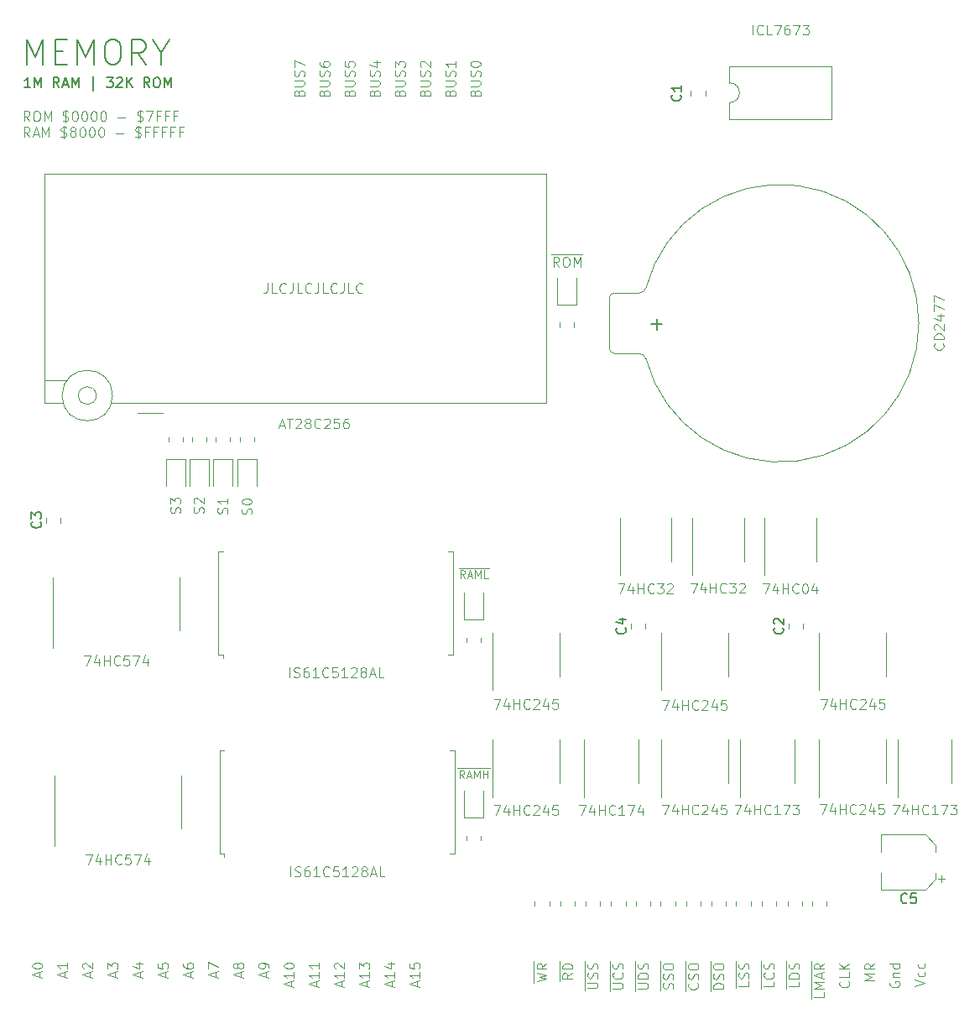
<source format=gbr>
%TF.GenerationSoftware,KiCad,Pcbnew,(6.0.0-0)*%
%TF.CreationDate,2022-02-14T20:56:18-05:00*%
%TF.ProjectId,RAM-MODULE,52414d2d-4d4f-4445-954c-452e6b696361,rev?*%
%TF.SameCoordinates,Original*%
%TF.FileFunction,Legend,Top*%
%TF.FilePolarity,Positive*%
%FSLAX46Y46*%
G04 Gerber Fmt 4.6, Leading zero omitted, Abs format (unit mm)*
G04 Created by KiCad (PCBNEW (6.0.0-0)) date 2022-02-14 20:56:18*
%MOMM*%
%LPD*%
G01*
G04 APERTURE LIST*
%ADD10C,0.100000*%
%ADD11C,0.150000*%
%ADD12C,0.120000*%
G04 APERTURE END LIST*
D10*
X92263996Y-140082865D02*
X92263996Y-139606675D01*
X92549710Y-140178103D02*
X91549710Y-139844770D01*
X92549710Y-139511437D01*
X91549710Y-138701913D02*
X91549710Y-139178103D01*
X92025901Y-139225722D01*
X91978282Y-139178103D01*
X91930663Y-139082865D01*
X91930663Y-138844770D01*
X91978282Y-138749532D01*
X92025901Y-138701913D01*
X92121139Y-138654294D01*
X92359234Y-138654294D01*
X92454472Y-138701913D01*
X92502091Y-138749532D01*
X92549710Y-138844770D01*
X92549710Y-139082865D01*
X92502091Y-139178103D01*
X92454472Y-139225722D01*
X157477330Y-142323341D02*
X157477330Y-141513818D01*
X158759710Y-141609056D02*
X158759710Y-142085246D01*
X157759710Y-142085246D01*
X157477330Y-141513818D02*
X157477330Y-140370960D01*
X158759710Y-141275722D02*
X157759710Y-141275722D01*
X158473996Y-140942389D01*
X157759710Y-140609056D01*
X158759710Y-140609056D01*
X157477330Y-140370960D02*
X157477330Y-139513818D01*
X158473996Y-140180484D02*
X158473996Y-139704294D01*
X158759710Y-140275722D02*
X157759710Y-139942389D01*
X158759710Y-139609056D01*
X157477330Y-139513818D02*
X157477330Y-138513818D01*
X158759710Y-138704294D02*
X158283520Y-139037627D01*
X158759710Y-139275722D02*
X157759710Y-139275722D01*
X157759710Y-138894770D01*
X157807330Y-138799532D01*
X157854949Y-138751913D01*
X157950187Y-138704294D01*
X158093044Y-138704294D01*
X158188282Y-138751913D01*
X158235901Y-138799532D01*
X158283520Y-138894770D01*
X158283520Y-139275722D01*
X113395901Y-50894770D02*
X113443520Y-50751913D01*
X113491139Y-50704294D01*
X113586377Y-50656675D01*
X113729234Y-50656675D01*
X113824472Y-50704294D01*
X113872091Y-50751913D01*
X113919710Y-50847151D01*
X113919710Y-51228103D01*
X112919710Y-51228103D01*
X112919710Y-50894770D01*
X112967330Y-50799532D01*
X113014949Y-50751913D01*
X113110187Y-50704294D01*
X113205425Y-50704294D01*
X113300663Y-50751913D01*
X113348282Y-50799532D01*
X113395901Y-50894770D01*
X113395901Y-51228103D01*
X112919710Y-50228103D02*
X113729234Y-50228103D01*
X113824472Y-50180484D01*
X113872091Y-50132865D01*
X113919710Y-50037627D01*
X113919710Y-49847151D01*
X113872091Y-49751913D01*
X113824472Y-49704294D01*
X113729234Y-49656675D01*
X112919710Y-49656675D01*
X113872091Y-49228103D02*
X113919710Y-49085246D01*
X113919710Y-48847151D01*
X113872091Y-48751913D01*
X113824472Y-48704294D01*
X113729234Y-48656675D01*
X113633996Y-48656675D01*
X113538758Y-48704294D01*
X113491139Y-48751913D01*
X113443520Y-48847151D01*
X113395901Y-49037627D01*
X113348282Y-49132865D01*
X113300663Y-49180484D01*
X113205425Y-49228103D01*
X113110187Y-49228103D01*
X113014949Y-49180484D01*
X112967330Y-49132865D01*
X112919710Y-49037627D01*
X112919710Y-48799532D01*
X112967330Y-48656675D01*
X113253044Y-47799532D02*
X113919710Y-47799532D01*
X112872091Y-48037627D02*
X113586377Y-48275722D01*
X113586377Y-47656675D01*
X121780952Y-119036000D02*
X122580952Y-119036000D01*
X122428571Y-120061904D02*
X122161904Y-119680952D01*
X121971428Y-120061904D02*
X121971428Y-119261904D01*
X122276190Y-119261904D01*
X122352380Y-119300000D01*
X122390476Y-119338095D01*
X122428571Y-119414285D01*
X122428571Y-119528571D01*
X122390476Y-119604761D01*
X122352380Y-119642857D01*
X122276190Y-119680952D01*
X121971428Y-119680952D01*
X122580952Y-119036000D02*
X123266666Y-119036000D01*
X122733333Y-119833333D02*
X123114285Y-119833333D01*
X122657142Y-120061904D02*
X122923809Y-119261904D01*
X123190476Y-120061904D01*
X123266666Y-119036000D02*
X124180952Y-119036000D01*
X123457142Y-120061904D02*
X123457142Y-119261904D01*
X123723809Y-119833333D01*
X123990476Y-119261904D01*
X123990476Y-120061904D01*
X124180952Y-119036000D02*
X125019047Y-119036000D01*
X124371428Y-120061904D02*
X124371428Y-119261904D01*
X124371428Y-119642857D02*
X124828571Y-119642857D01*
X124828571Y-120061904D02*
X124828571Y-119261904D01*
X121015901Y-50894770D02*
X121063520Y-50751913D01*
X121111139Y-50704294D01*
X121206377Y-50656675D01*
X121349234Y-50656675D01*
X121444472Y-50704294D01*
X121492091Y-50751913D01*
X121539710Y-50847151D01*
X121539710Y-51228103D01*
X120539710Y-51228103D01*
X120539710Y-50894770D01*
X120587330Y-50799532D01*
X120634949Y-50751913D01*
X120730187Y-50704294D01*
X120825425Y-50704294D01*
X120920663Y-50751913D01*
X120968282Y-50799532D01*
X121015901Y-50894770D01*
X121015901Y-51228103D01*
X120539710Y-50228103D02*
X121349234Y-50228103D01*
X121444472Y-50180484D01*
X121492091Y-50132865D01*
X121539710Y-50037627D01*
X121539710Y-49847151D01*
X121492091Y-49751913D01*
X121444472Y-49704294D01*
X121349234Y-49656675D01*
X120539710Y-49656675D01*
X121492091Y-49228103D02*
X121539710Y-49085246D01*
X121539710Y-48847151D01*
X121492091Y-48751913D01*
X121444472Y-48704294D01*
X121349234Y-48656675D01*
X121253996Y-48656675D01*
X121158758Y-48704294D01*
X121111139Y-48751913D01*
X121063520Y-48847151D01*
X121015901Y-49037627D01*
X120968282Y-49132865D01*
X120920663Y-49180484D01*
X120825425Y-49228103D01*
X120730187Y-49228103D01*
X120634949Y-49180484D01*
X120587330Y-49132865D01*
X120539710Y-49037627D01*
X120539710Y-48799532D01*
X120587330Y-48656675D01*
X121539710Y-47704294D02*
X121539710Y-48275722D01*
X121539710Y-47990008D02*
X120539710Y-47990008D01*
X120682568Y-48085246D01*
X120777806Y-48180484D01*
X120825425Y-48275722D01*
X144777330Y-141513818D02*
X144777330Y-140513818D01*
X145964472Y-140704294D02*
X146012091Y-140751913D01*
X146059710Y-140894770D01*
X146059710Y-140990008D01*
X146012091Y-141132865D01*
X145916853Y-141228103D01*
X145821615Y-141275722D01*
X145631139Y-141323341D01*
X145488282Y-141323341D01*
X145297806Y-141275722D01*
X145202568Y-141228103D01*
X145107330Y-141132865D01*
X145059710Y-140990008D01*
X145059710Y-140894770D01*
X145107330Y-140751913D01*
X145154949Y-140704294D01*
X144777330Y-140513818D02*
X144777330Y-139561437D01*
X146012091Y-140323341D02*
X146059710Y-140180484D01*
X146059710Y-139942389D01*
X146012091Y-139847151D01*
X145964472Y-139799532D01*
X145869234Y-139751913D01*
X145773996Y-139751913D01*
X145678758Y-139799532D01*
X145631139Y-139847151D01*
X145583520Y-139942389D01*
X145535901Y-140132865D01*
X145488282Y-140228103D01*
X145440663Y-140275722D01*
X145345425Y-140323341D01*
X145250187Y-140323341D01*
X145154949Y-140275722D01*
X145107330Y-140228103D01*
X145059710Y-140132865D01*
X145059710Y-139894770D01*
X145107330Y-139751913D01*
X144777330Y-139561437D02*
X144777330Y-138513818D01*
X145059710Y-139132865D02*
X145059710Y-138942389D01*
X145107330Y-138847151D01*
X145202568Y-138751913D01*
X145393044Y-138704294D01*
X145726377Y-138704294D01*
X145916853Y-138751913D01*
X146012091Y-138847151D01*
X146059710Y-138942389D01*
X146059710Y-139132865D01*
X146012091Y-139228103D01*
X145916853Y-139323341D01*
X145726377Y-139370960D01*
X145393044Y-139370960D01*
X145202568Y-139323341D01*
X145107330Y-139228103D01*
X145059710Y-139132865D01*
X118475901Y-50894770D02*
X118523520Y-50751913D01*
X118571139Y-50704294D01*
X118666377Y-50656675D01*
X118809234Y-50656675D01*
X118904472Y-50704294D01*
X118952091Y-50751913D01*
X118999710Y-50847151D01*
X118999710Y-51228103D01*
X117999710Y-51228103D01*
X117999710Y-50894770D01*
X118047330Y-50799532D01*
X118094949Y-50751913D01*
X118190187Y-50704294D01*
X118285425Y-50704294D01*
X118380663Y-50751913D01*
X118428282Y-50799532D01*
X118475901Y-50894770D01*
X118475901Y-51228103D01*
X117999710Y-50228103D02*
X118809234Y-50228103D01*
X118904472Y-50180484D01*
X118952091Y-50132865D01*
X118999710Y-50037627D01*
X118999710Y-49847151D01*
X118952091Y-49751913D01*
X118904472Y-49704294D01*
X118809234Y-49656675D01*
X117999710Y-49656675D01*
X118952091Y-49228103D02*
X118999710Y-49085246D01*
X118999710Y-48847151D01*
X118952091Y-48751913D01*
X118904472Y-48704294D01*
X118809234Y-48656675D01*
X118713996Y-48656675D01*
X118618758Y-48704294D01*
X118571139Y-48751913D01*
X118523520Y-48847151D01*
X118475901Y-49037627D01*
X118428282Y-49132865D01*
X118380663Y-49180484D01*
X118285425Y-49228103D01*
X118190187Y-49228103D01*
X118094949Y-49180484D01*
X118047330Y-49132865D01*
X117999710Y-49037627D01*
X117999710Y-48799532D01*
X118047330Y-48656675D01*
X118094949Y-48275722D02*
X118047330Y-48228103D01*
X117999710Y-48132865D01*
X117999710Y-47894770D01*
X118047330Y-47799532D01*
X118094949Y-47751913D01*
X118190187Y-47704294D01*
X118285425Y-47704294D01*
X118428282Y-47751913D01*
X118999710Y-48323341D01*
X118999710Y-47704294D01*
X89723996Y-140082865D02*
X89723996Y-139606675D01*
X90009710Y-140178103D02*
X89009710Y-139844770D01*
X90009710Y-139511437D01*
X89343044Y-138749532D02*
X90009710Y-138749532D01*
X88962091Y-138987627D02*
X89676377Y-139225722D01*
X89676377Y-138606675D01*
X115935901Y-50894770D02*
X115983520Y-50751913D01*
X116031139Y-50704294D01*
X116126377Y-50656675D01*
X116269234Y-50656675D01*
X116364472Y-50704294D01*
X116412091Y-50751913D01*
X116459710Y-50847151D01*
X116459710Y-51228103D01*
X115459710Y-51228103D01*
X115459710Y-50894770D01*
X115507330Y-50799532D01*
X115554949Y-50751913D01*
X115650187Y-50704294D01*
X115745425Y-50704294D01*
X115840663Y-50751913D01*
X115888282Y-50799532D01*
X115935901Y-50894770D01*
X115935901Y-51228103D01*
X115459710Y-50228103D02*
X116269234Y-50228103D01*
X116364472Y-50180484D01*
X116412091Y-50132865D01*
X116459710Y-50037627D01*
X116459710Y-49847151D01*
X116412091Y-49751913D01*
X116364472Y-49704294D01*
X116269234Y-49656675D01*
X115459710Y-49656675D01*
X116412091Y-49228103D02*
X116459710Y-49085246D01*
X116459710Y-48847151D01*
X116412091Y-48751913D01*
X116364472Y-48704294D01*
X116269234Y-48656675D01*
X116173996Y-48656675D01*
X116078758Y-48704294D01*
X116031139Y-48751913D01*
X115983520Y-48847151D01*
X115935901Y-49037627D01*
X115888282Y-49132865D01*
X115840663Y-49180484D01*
X115745425Y-49228103D01*
X115650187Y-49228103D01*
X115554949Y-49180484D01*
X115507330Y-49132865D01*
X115459710Y-49037627D01*
X115459710Y-48799532D01*
X115507330Y-48656675D01*
X115459710Y-48323341D02*
X115459710Y-47704294D01*
X115840663Y-48037627D01*
X115840663Y-47894770D01*
X115888282Y-47799532D01*
X115935901Y-47751913D01*
X116031139Y-47704294D01*
X116269234Y-47704294D01*
X116364472Y-47751913D01*
X116412091Y-47799532D01*
X116459710Y-47894770D01*
X116459710Y-48180484D01*
X116412091Y-48275722D01*
X116364472Y-48323341D01*
X97343996Y-140082865D02*
X97343996Y-139606675D01*
X97629710Y-140178103D02*
X96629710Y-139844770D01*
X97629710Y-139511437D01*
X96629710Y-139273341D02*
X96629710Y-138606675D01*
X97629710Y-139035246D01*
X79563996Y-140082865D02*
X79563996Y-139606675D01*
X79849710Y-140178103D02*
X78849710Y-139844770D01*
X79849710Y-139511437D01*
X78849710Y-138987627D02*
X78849710Y-138892389D01*
X78897330Y-138797151D01*
X78944949Y-138749532D01*
X79040187Y-138701913D01*
X79230663Y-138654294D01*
X79468758Y-138654294D01*
X79659234Y-138701913D01*
X79754472Y-138749532D01*
X79802091Y-138797151D01*
X79849710Y-138892389D01*
X79849710Y-138987627D01*
X79802091Y-139082865D01*
X79754472Y-139130484D01*
X79659234Y-139178103D01*
X79468758Y-139225722D01*
X79230663Y-139225722D01*
X79040187Y-139178103D01*
X78944949Y-139130484D01*
X78897330Y-139082865D01*
X78849710Y-138987627D01*
X84643996Y-140082865D02*
X84643996Y-139606675D01*
X84929710Y-140178103D02*
X83929710Y-139844770D01*
X84929710Y-139511437D01*
X84024949Y-139225722D02*
X83977330Y-139178103D01*
X83929710Y-139082865D01*
X83929710Y-138844770D01*
X83977330Y-138749532D01*
X84024949Y-138701913D01*
X84120187Y-138654294D01*
X84215425Y-138654294D01*
X84358282Y-138701913D01*
X84929710Y-139273341D01*
X84929710Y-138654294D01*
X137157330Y-141513818D02*
X137157330Y-140466198D01*
X137439710Y-141275722D02*
X138249234Y-141275722D01*
X138344472Y-141228103D01*
X138392091Y-141180484D01*
X138439710Y-141085246D01*
X138439710Y-140894770D01*
X138392091Y-140799532D01*
X138344472Y-140751913D01*
X138249234Y-140704294D01*
X137439710Y-140704294D01*
X137157330Y-140466198D02*
X137157330Y-139466198D01*
X138344472Y-139656675D02*
X138392091Y-139704294D01*
X138439710Y-139847151D01*
X138439710Y-139942389D01*
X138392091Y-140085246D01*
X138296853Y-140180484D01*
X138201615Y-140228103D01*
X138011139Y-140275722D01*
X137868282Y-140275722D01*
X137677806Y-140228103D01*
X137582568Y-140180484D01*
X137487330Y-140085246D01*
X137439710Y-139942389D01*
X137439710Y-139847151D01*
X137487330Y-139704294D01*
X137534949Y-139656675D01*
X137157330Y-139466198D02*
X137157330Y-138513818D01*
X138392091Y-139275722D02*
X138439710Y-139132865D01*
X138439710Y-138894770D01*
X138392091Y-138799532D01*
X138344472Y-138751913D01*
X138249234Y-138704294D01*
X138153996Y-138704294D01*
X138058758Y-138751913D01*
X138011139Y-138799532D01*
X137963520Y-138894770D01*
X137915901Y-139085246D01*
X137868282Y-139180484D01*
X137820663Y-139228103D01*
X137725425Y-139275722D01*
X137630187Y-139275722D01*
X137534949Y-139228103D01*
X137487330Y-139180484D01*
X137439710Y-139085246D01*
X137439710Y-138847151D01*
X137487330Y-138704294D01*
X93754761Y-93279285D02*
X93802380Y-93136428D01*
X93802380Y-92898333D01*
X93754761Y-92803095D01*
X93707142Y-92755476D01*
X93611904Y-92707857D01*
X93516666Y-92707857D01*
X93421428Y-92755476D01*
X93373809Y-92803095D01*
X93326190Y-92898333D01*
X93278571Y-93088809D01*
X93230952Y-93184047D01*
X93183333Y-93231666D01*
X93088095Y-93279285D01*
X92992857Y-93279285D01*
X92897619Y-93231666D01*
X92850000Y-93184047D01*
X92802380Y-93088809D01*
X92802380Y-92850714D01*
X92850000Y-92707857D01*
X92802380Y-92374523D02*
X92802380Y-91755476D01*
X93183333Y-92088809D01*
X93183333Y-91945952D01*
X93230952Y-91850714D01*
X93278571Y-91803095D01*
X93373809Y-91755476D01*
X93611904Y-91755476D01*
X93707142Y-91803095D01*
X93754761Y-91850714D01*
X93802380Y-91945952D01*
X93802380Y-92231666D01*
X93754761Y-92326904D01*
X93707142Y-92374523D01*
X82103996Y-140082865D02*
X82103996Y-139606675D01*
X82389710Y-140178103D02*
X81389710Y-139844770D01*
X82389710Y-139511437D01*
X82389710Y-138654294D02*
X82389710Y-139225722D01*
X82389710Y-138940008D02*
X81389710Y-138940008D01*
X81532568Y-139035246D01*
X81627806Y-139130484D01*
X81675425Y-139225722D01*
X110043996Y-141035246D02*
X110043996Y-140559056D01*
X110329710Y-141130484D02*
X109329710Y-140797151D01*
X110329710Y-140463818D01*
X110329710Y-139606675D02*
X110329710Y-140178103D01*
X110329710Y-139892389D02*
X109329710Y-139892389D01*
X109472568Y-139987627D01*
X109567806Y-140082865D01*
X109615425Y-140178103D01*
X109424949Y-139225722D02*
X109377330Y-139178103D01*
X109329710Y-139082865D01*
X109329710Y-138844770D01*
X109377330Y-138749532D01*
X109424949Y-138701913D01*
X109520187Y-138654294D01*
X109615425Y-138654294D01*
X109758282Y-138701913D01*
X110329710Y-139273341D01*
X110329710Y-138654294D01*
X121876190Y-98836000D02*
X122676190Y-98836000D01*
X122523809Y-99861904D02*
X122257142Y-99480952D01*
X122066666Y-99861904D02*
X122066666Y-99061904D01*
X122371428Y-99061904D01*
X122447619Y-99100000D01*
X122485714Y-99138095D01*
X122523809Y-99214285D01*
X122523809Y-99328571D01*
X122485714Y-99404761D01*
X122447619Y-99442857D01*
X122371428Y-99480952D01*
X122066666Y-99480952D01*
X122676190Y-98836000D02*
X123361904Y-98836000D01*
X122828571Y-99633333D02*
X123209523Y-99633333D01*
X122752380Y-99861904D02*
X123019047Y-99061904D01*
X123285714Y-99861904D01*
X123361904Y-98836000D02*
X124276190Y-98836000D01*
X123552380Y-99861904D02*
X123552380Y-99061904D01*
X123819047Y-99633333D01*
X124085714Y-99061904D01*
X124085714Y-99861904D01*
X124276190Y-98836000D02*
X124923809Y-98836000D01*
X124847619Y-99861904D02*
X124466666Y-99861904D01*
X124466666Y-99061904D01*
X142237330Y-141466198D02*
X142237330Y-140513818D01*
X143472091Y-141275722D02*
X143519710Y-141132865D01*
X143519710Y-140894770D01*
X143472091Y-140799532D01*
X143424472Y-140751913D01*
X143329234Y-140704294D01*
X143233996Y-140704294D01*
X143138758Y-140751913D01*
X143091139Y-140799532D01*
X143043520Y-140894770D01*
X142995901Y-141085246D01*
X142948282Y-141180484D01*
X142900663Y-141228103D01*
X142805425Y-141275722D01*
X142710187Y-141275722D01*
X142614949Y-141228103D01*
X142567330Y-141180484D01*
X142519710Y-141085246D01*
X142519710Y-140847151D01*
X142567330Y-140704294D01*
X142237330Y-140513818D02*
X142237330Y-139561437D01*
X143472091Y-140323341D02*
X143519710Y-140180484D01*
X143519710Y-139942389D01*
X143472091Y-139847151D01*
X143424472Y-139799532D01*
X143329234Y-139751913D01*
X143233996Y-139751913D01*
X143138758Y-139799532D01*
X143091139Y-139847151D01*
X143043520Y-139942389D01*
X142995901Y-140132865D01*
X142948282Y-140228103D01*
X142900663Y-140275722D01*
X142805425Y-140323341D01*
X142710187Y-140323341D01*
X142614949Y-140275722D01*
X142567330Y-140228103D01*
X142519710Y-140132865D01*
X142519710Y-139894770D01*
X142567330Y-139751913D01*
X142237330Y-139561437D02*
X142237330Y-138513818D01*
X142519710Y-139132865D02*
X142519710Y-138942389D01*
X142567330Y-138847151D01*
X142662568Y-138751913D01*
X142853044Y-138704294D01*
X143186377Y-138704294D01*
X143376853Y-138751913D01*
X143472091Y-138847151D01*
X143519710Y-138942389D01*
X143519710Y-139132865D01*
X143472091Y-139228103D01*
X143376853Y-139323341D01*
X143186377Y-139370960D01*
X142853044Y-139370960D01*
X142662568Y-139323341D01*
X142567330Y-139228103D01*
X142519710Y-139132865D01*
X134617330Y-141466198D02*
X134617330Y-140418579D01*
X134899710Y-141228103D02*
X135709234Y-141228103D01*
X135804472Y-141180484D01*
X135852091Y-141132865D01*
X135899710Y-141037627D01*
X135899710Y-140847151D01*
X135852091Y-140751913D01*
X135804472Y-140704294D01*
X135709234Y-140656675D01*
X134899710Y-140656675D01*
X134617330Y-140418579D02*
X134617330Y-139466198D01*
X135852091Y-140228103D02*
X135899710Y-140085246D01*
X135899710Y-139847151D01*
X135852091Y-139751913D01*
X135804472Y-139704294D01*
X135709234Y-139656675D01*
X135613996Y-139656675D01*
X135518758Y-139704294D01*
X135471139Y-139751913D01*
X135423520Y-139847151D01*
X135375901Y-140037627D01*
X135328282Y-140132865D01*
X135280663Y-140180484D01*
X135185425Y-140228103D01*
X135090187Y-140228103D01*
X134994949Y-140180484D01*
X134947330Y-140132865D01*
X134899710Y-140037627D01*
X134899710Y-139799532D01*
X134947330Y-139656675D01*
X134617330Y-139466198D02*
X134617330Y-138513818D01*
X135852091Y-139275722D02*
X135899710Y-139132865D01*
X135899710Y-138894770D01*
X135852091Y-138799532D01*
X135804472Y-138751913D01*
X135709234Y-138704294D01*
X135613996Y-138704294D01*
X135518758Y-138751913D01*
X135471139Y-138799532D01*
X135423520Y-138894770D01*
X135375901Y-139085246D01*
X135328282Y-139180484D01*
X135280663Y-139228103D01*
X135185425Y-139275722D01*
X135090187Y-139275722D01*
X134994949Y-139228103D01*
X134947330Y-139180484D01*
X134899710Y-139085246D01*
X134899710Y-138847151D01*
X134947330Y-138704294D01*
X147317330Y-141513818D02*
X147317330Y-140513818D01*
X148599710Y-141275722D02*
X147599710Y-141275722D01*
X147599710Y-141037627D01*
X147647330Y-140894770D01*
X147742568Y-140799532D01*
X147837806Y-140751913D01*
X148028282Y-140704294D01*
X148171139Y-140704294D01*
X148361615Y-140751913D01*
X148456853Y-140799532D01*
X148552091Y-140894770D01*
X148599710Y-141037627D01*
X148599710Y-141275722D01*
X147317330Y-140513818D02*
X147317330Y-139561437D01*
X148552091Y-140323341D02*
X148599710Y-140180484D01*
X148599710Y-139942389D01*
X148552091Y-139847151D01*
X148504472Y-139799532D01*
X148409234Y-139751913D01*
X148313996Y-139751913D01*
X148218758Y-139799532D01*
X148171139Y-139847151D01*
X148123520Y-139942389D01*
X148075901Y-140132865D01*
X148028282Y-140228103D01*
X147980663Y-140275722D01*
X147885425Y-140323341D01*
X147790187Y-140323341D01*
X147694949Y-140275722D01*
X147647330Y-140228103D01*
X147599710Y-140132865D01*
X147599710Y-139894770D01*
X147647330Y-139751913D01*
X147317330Y-139561437D02*
X147317330Y-138513818D01*
X147599710Y-139132865D02*
X147599710Y-138942389D01*
X147647330Y-138847151D01*
X147742568Y-138751913D01*
X147933044Y-138704294D01*
X148266377Y-138704294D01*
X148456853Y-138751913D01*
X148552091Y-138847151D01*
X148599710Y-138942389D01*
X148599710Y-139132865D01*
X148552091Y-139228103D01*
X148456853Y-139323341D01*
X148266377Y-139370960D01*
X147933044Y-139370960D01*
X147742568Y-139323341D01*
X147647330Y-139228103D01*
X147599710Y-139132865D01*
X87183996Y-140082865D02*
X87183996Y-139606675D01*
X87469710Y-140178103D02*
X86469710Y-139844770D01*
X87469710Y-139511437D01*
X86469710Y-139273341D02*
X86469710Y-138654294D01*
X86850663Y-138987627D01*
X86850663Y-138844770D01*
X86898282Y-138749532D01*
X86945901Y-138701913D01*
X87041139Y-138654294D01*
X87279234Y-138654294D01*
X87374472Y-138701913D01*
X87422091Y-138749532D01*
X87469710Y-138844770D01*
X87469710Y-139130484D01*
X87422091Y-139225722D01*
X87374472Y-139273341D01*
X132067330Y-140513818D02*
X132067330Y-139513818D01*
X133349710Y-139704294D02*
X132873520Y-140037627D01*
X133349710Y-140275722D02*
X132349710Y-140275722D01*
X132349710Y-139894770D01*
X132397330Y-139799532D01*
X132444949Y-139751913D01*
X132540187Y-139704294D01*
X132683044Y-139704294D01*
X132778282Y-139751913D01*
X132825901Y-139799532D01*
X132873520Y-139894770D01*
X132873520Y-140275722D01*
X132067330Y-139513818D02*
X132067330Y-138513818D01*
X133349710Y-139275722D02*
X132349710Y-139275722D01*
X132349710Y-139037627D01*
X132397330Y-138894770D01*
X132492568Y-138799532D01*
X132587806Y-138751913D01*
X132778282Y-138704294D01*
X132921139Y-138704294D01*
X133111615Y-138751913D01*
X133206853Y-138799532D01*
X133302091Y-138894770D01*
X133349710Y-139037627D01*
X133349710Y-139275722D01*
X117663996Y-141035246D02*
X117663996Y-140559056D01*
X117949710Y-141130484D02*
X116949710Y-140797151D01*
X117949710Y-140463818D01*
X117949710Y-139606675D02*
X117949710Y-140178103D01*
X117949710Y-139892389D02*
X116949710Y-139892389D01*
X117092568Y-139987627D01*
X117187806Y-140082865D01*
X117235425Y-140178103D01*
X116949710Y-138701913D02*
X116949710Y-139178103D01*
X117425901Y-139225722D01*
X117378282Y-139178103D01*
X117330663Y-139082865D01*
X117330663Y-138844770D01*
X117378282Y-138749532D01*
X117425901Y-138701913D01*
X117521139Y-138654294D01*
X117759234Y-138654294D01*
X117854472Y-138701913D01*
X117902091Y-138749532D01*
X117949710Y-138844770D01*
X117949710Y-139082865D01*
X117902091Y-139178103D01*
X117854472Y-139225722D01*
X102423996Y-140082865D02*
X102423996Y-139606675D01*
X102709710Y-140178103D02*
X101709710Y-139844770D01*
X102709710Y-139511437D01*
X102709710Y-139130484D02*
X102709710Y-138940008D01*
X102662091Y-138844770D01*
X102614472Y-138797151D01*
X102471615Y-138701913D01*
X102281139Y-138654294D01*
X101900187Y-138654294D01*
X101804949Y-138701913D01*
X101757330Y-138749532D01*
X101709710Y-138844770D01*
X101709710Y-139035246D01*
X101757330Y-139130484D01*
X101804949Y-139178103D01*
X101900187Y-139225722D01*
X102138282Y-139225722D01*
X102233520Y-139178103D01*
X102281139Y-139130484D01*
X102328758Y-139035246D01*
X102328758Y-138844770D01*
X102281139Y-138749532D01*
X102233520Y-138701913D01*
X102138282Y-138654294D01*
D11*
X78659404Y-50352380D02*
X78087976Y-50352380D01*
X78373690Y-50352380D02*
X78373690Y-49352380D01*
X78278452Y-49495238D01*
X78183214Y-49590476D01*
X78087976Y-49638095D01*
X79087976Y-50352380D02*
X79087976Y-49352380D01*
X79421309Y-50066666D01*
X79754642Y-49352380D01*
X79754642Y-50352380D01*
X81564166Y-50352380D02*
X81230833Y-49876190D01*
X80992738Y-50352380D02*
X80992738Y-49352380D01*
X81373690Y-49352380D01*
X81468928Y-49400000D01*
X81516547Y-49447619D01*
X81564166Y-49542857D01*
X81564166Y-49685714D01*
X81516547Y-49780952D01*
X81468928Y-49828571D01*
X81373690Y-49876190D01*
X80992738Y-49876190D01*
X81945119Y-50066666D02*
X82421309Y-50066666D01*
X81849880Y-50352380D02*
X82183214Y-49352380D01*
X82516547Y-50352380D01*
X82849880Y-50352380D02*
X82849880Y-49352380D01*
X83183214Y-50066666D01*
X83516547Y-49352380D01*
X83516547Y-50352380D01*
X84992738Y-50685714D02*
X84992738Y-49257142D01*
X86373690Y-49352380D02*
X86992738Y-49352380D01*
X86659404Y-49733333D01*
X86802261Y-49733333D01*
X86897500Y-49780952D01*
X86945119Y-49828571D01*
X86992738Y-49923809D01*
X86992738Y-50161904D01*
X86945119Y-50257142D01*
X86897500Y-50304761D01*
X86802261Y-50352380D01*
X86516547Y-50352380D01*
X86421309Y-50304761D01*
X86373690Y-50257142D01*
X87373690Y-49447619D02*
X87421309Y-49400000D01*
X87516547Y-49352380D01*
X87754642Y-49352380D01*
X87849880Y-49400000D01*
X87897500Y-49447619D01*
X87945119Y-49542857D01*
X87945119Y-49638095D01*
X87897500Y-49780952D01*
X87326071Y-50352380D01*
X87945119Y-50352380D01*
X88373690Y-50352380D02*
X88373690Y-49352380D01*
X88945119Y-50352380D02*
X88516547Y-49780952D01*
X88945119Y-49352380D02*
X88373690Y-49923809D01*
X90707023Y-50352380D02*
X90373690Y-49876190D01*
X90135595Y-50352380D02*
X90135595Y-49352380D01*
X90516547Y-49352380D01*
X90611785Y-49400000D01*
X90659404Y-49447619D01*
X90707023Y-49542857D01*
X90707023Y-49685714D01*
X90659404Y-49780952D01*
X90611785Y-49828571D01*
X90516547Y-49876190D01*
X90135595Y-49876190D01*
X91326071Y-49352380D02*
X91516547Y-49352380D01*
X91611785Y-49400000D01*
X91707023Y-49495238D01*
X91754642Y-49685714D01*
X91754642Y-50019047D01*
X91707023Y-50209523D01*
X91611785Y-50304761D01*
X91516547Y-50352380D01*
X91326071Y-50352380D01*
X91230833Y-50304761D01*
X91135595Y-50209523D01*
X91087976Y-50019047D01*
X91087976Y-49685714D01*
X91135595Y-49495238D01*
X91230833Y-49400000D01*
X91326071Y-49352380D01*
X92183214Y-50352380D02*
X92183214Y-49352380D01*
X92516547Y-50066666D01*
X92849880Y-49352380D01*
X92849880Y-50352380D01*
D10*
X96104761Y-93279285D02*
X96152380Y-93136428D01*
X96152380Y-92898333D01*
X96104761Y-92803095D01*
X96057142Y-92755476D01*
X95961904Y-92707857D01*
X95866666Y-92707857D01*
X95771428Y-92755476D01*
X95723809Y-92803095D01*
X95676190Y-92898333D01*
X95628571Y-93088809D01*
X95580952Y-93184047D01*
X95533333Y-93231666D01*
X95438095Y-93279285D01*
X95342857Y-93279285D01*
X95247619Y-93231666D01*
X95200000Y-93184047D01*
X95152380Y-93088809D01*
X95152380Y-92850714D01*
X95200000Y-92707857D01*
X95247619Y-92326904D02*
X95200000Y-92279285D01*
X95152380Y-92184047D01*
X95152380Y-91945952D01*
X95200000Y-91850714D01*
X95247619Y-91803095D01*
X95342857Y-91755476D01*
X95438095Y-91755476D01*
X95580952Y-91803095D01*
X96152380Y-92374523D01*
X96152380Y-91755476D01*
X123555901Y-50894770D02*
X123603520Y-50751913D01*
X123651139Y-50704294D01*
X123746377Y-50656675D01*
X123889234Y-50656675D01*
X123984472Y-50704294D01*
X124032091Y-50751913D01*
X124079710Y-50847151D01*
X124079710Y-51228103D01*
X123079710Y-51228103D01*
X123079710Y-50894770D01*
X123127330Y-50799532D01*
X123174949Y-50751913D01*
X123270187Y-50704294D01*
X123365425Y-50704294D01*
X123460663Y-50751913D01*
X123508282Y-50799532D01*
X123555901Y-50894770D01*
X123555901Y-51228103D01*
X123079710Y-50228103D02*
X123889234Y-50228103D01*
X123984472Y-50180484D01*
X124032091Y-50132865D01*
X124079710Y-50037627D01*
X124079710Y-49847151D01*
X124032091Y-49751913D01*
X123984472Y-49704294D01*
X123889234Y-49656675D01*
X123079710Y-49656675D01*
X124032091Y-49228103D02*
X124079710Y-49085246D01*
X124079710Y-48847151D01*
X124032091Y-48751913D01*
X123984472Y-48704294D01*
X123889234Y-48656675D01*
X123793996Y-48656675D01*
X123698758Y-48704294D01*
X123651139Y-48751913D01*
X123603520Y-48847151D01*
X123555901Y-49037627D01*
X123508282Y-49132865D01*
X123460663Y-49180484D01*
X123365425Y-49228103D01*
X123270187Y-49228103D01*
X123174949Y-49180484D01*
X123127330Y-49132865D01*
X123079710Y-49037627D01*
X123079710Y-48799532D01*
X123127330Y-48656675D01*
X123079710Y-48037627D02*
X123079710Y-47942389D01*
X123127330Y-47847151D01*
X123174949Y-47799532D01*
X123270187Y-47751913D01*
X123460663Y-47704294D01*
X123698758Y-47704294D01*
X123889234Y-47751913D01*
X123984472Y-47799532D01*
X124032091Y-47847151D01*
X124079710Y-47942389D01*
X124079710Y-48037627D01*
X124032091Y-48132865D01*
X123984472Y-48180484D01*
X123889234Y-48228103D01*
X123698758Y-48275722D01*
X123460663Y-48275722D01*
X123270187Y-48228103D01*
X123174949Y-48180484D01*
X123127330Y-48132865D01*
X123079710Y-48037627D01*
X129467330Y-140656675D02*
X129467330Y-139513818D01*
X129749710Y-140513818D02*
X130749710Y-140275722D01*
X130035425Y-140085246D01*
X130749710Y-139894770D01*
X129749710Y-139656675D01*
X129467330Y-139513818D02*
X129467330Y-138513818D01*
X130749710Y-138704294D02*
X130273520Y-139037627D01*
X130749710Y-139275722D02*
X129749710Y-139275722D01*
X129749710Y-138894770D01*
X129797330Y-138799532D01*
X129844949Y-138751913D01*
X129940187Y-138704294D01*
X130083044Y-138704294D01*
X130178282Y-138751913D01*
X130225901Y-138799532D01*
X130273520Y-138894770D01*
X130273520Y-139275722D01*
X149857330Y-141228103D02*
X149857330Y-140418579D01*
X151139710Y-140513818D02*
X151139710Y-140990008D01*
X150139710Y-140990008D01*
X149857330Y-140418579D02*
X149857330Y-139466198D01*
X151092091Y-140228103D02*
X151139710Y-140085246D01*
X151139710Y-139847151D01*
X151092091Y-139751913D01*
X151044472Y-139704294D01*
X150949234Y-139656675D01*
X150853996Y-139656675D01*
X150758758Y-139704294D01*
X150711139Y-139751913D01*
X150663520Y-139847151D01*
X150615901Y-140037627D01*
X150568282Y-140132865D01*
X150520663Y-140180484D01*
X150425425Y-140228103D01*
X150330187Y-140228103D01*
X150234949Y-140180484D01*
X150187330Y-140132865D01*
X150139710Y-140037627D01*
X150139710Y-139799532D01*
X150187330Y-139656675D01*
X149857330Y-139466198D02*
X149857330Y-138513818D01*
X151092091Y-139275722D02*
X151139710Y-139132865D01*
X151139710Y-138894770D01*
X151092091Y-138799532D01*
X151044472Y-138751913D01*
X150949234Y-138704294D01*
X150853996Y-138704294D01*
X150758758Y-138751913D01*
X150711139Y-138799532D01*
X150663520Y-138894770D01*
X150615901Y-139085246D01*
X150568282Y-139180484D01*
X150520663Y-139228103D01*
X150425425Y-139275722D01*
X150330187Y-139275722D01*
X150234949Y-139228103D01*
X150187330Y-139180484D01*
X150139710Y-139085246D01*
X150139710Y-138847151D01*
X150187330Y-138704294D01*
X152397330Y-141275722D02*
X152397330Y-140466198D01*
X153679710Y-140561437D02*
X153679710Y-141037627D01*
X152679710Y-141037627D01*
X152397330Y-140466198D02*
X152397330Y-139466198D01*
X153584472Y-139656675D02*
X153632091Y-139704294D01*
X153679710Y-139847151D01*
X153679710Y-139942389D01*
X153632091Y-140085246D01*
X153536853Y-140180484D01*
X153441615Y-140228103D01*
X153251139Y-140275722D01*
X153108282Y-140275722D01*
X152917806Y-140228103D01*
X152822568Y-140180484D01*
X152727330Y-140085246D01*
X152679710Y-139942389D01*
X152679710Y-139847151D01*
X152727330Y-139704294D01*
X152774949Y-139656675D01*
X152397330Y-139466198D02*
X152397330Y-138513818D01*
X153632091Y-139275722D02*
X153679710Y-139132865D01*
X153679710Y-138894770D01*
X153632091Y-138799532D01*
X153584472Y-138751913D01*
X153489234Y-138704294D01*
X153393996Y-138704294D01*
X153298758Y-138751913D01*
X153251139Y-138799532D01*
X153203520Y-138894770D01*
X153155901Y-139085246D01*
X153108282Y-139180484D01*
X153060663Y-139228103D01*
X152965425Y-139275722D01*
X152870187Y-139275722D01*
X152774949Y-139228103D01*
X152727330Y-139180484D01*
X152679710Y-139085246D01*
X152679710Y-138847151D01*
X152727330Y-138704294D01*
X154937330Y-141275722D02*
X154937330Y-140466198D01*
X156219710Y-140561437D02*
X156219710Y-141037627D01*
X155219710Y-141037627D01*
X154937330Y-140466198D02*
X154937330Y-139466198D01*
X156219710Y-140228103D02*
X155219710Y-140228103D01*
X155219710Y-139990008D01*
X155267330Y-139847151D01*
X155362568Y-139751913D01*
X155457806Y-139704294D01*
X155648282Y-139656675D01*
X155791139Y-139656675D01*
X155981615Y-139704294D01*
X156076853Y-139751913D01*
X156172091Y-139847151D01*
X156219710Y-139990008D01*
X156219710Y-140228103D01*
X154937330Y-139466198D02*
X154937330Y-138513818D01*
X156172091Y-139275722D02*
X156219710Y-139132865D01*
X156219710Y-138894770D01*
X156172091Y-138799532D01*
X156124472Y-138751913D01*
X156029234Y-138704294D01*
X155933996Y-138704294D01*
X155838758Y-138751913D01*
X155791139Y-138799532D01*
X155743520Y-138894770D01*
X155695901Y-139085246D01*
X155648282Y-139180484D01*
X155600663Y-139228103D01*
X155505425Y-139275722D01*
X155410187Y-139275722D01*
X155314949Y-139228103D01*
X155267330Y-139180484D01*
X155219710Y-139085246D01*
X155219710Y-138847151D01*
X155267330Y-138704294D01*
X105775901Y-50894770D02*
X105823520Y-50751913D01*
X105871139Y-50704294D01*
X105966377Y-50656675D01*
X106109234Y-50656675D01*
X106204472Y-50704294D01*
X106252091Y-50751913D01*
X106299710Y-50847151D01*
X106299710Y-51228103D01*
X105299710Y-51228103D01*
X105299710Y-50894770D01*
X105347330Y-50799532D01*
X105394949Y-50751913D01*
X105490187Y-50704294D01*
X105585425Y-50704294D01*
X105680663Y-50751913D01*
X105728282Y-50799532D01*
X105775901Y-50894770D01*
X105775901Y-51228103D01*
X105299710Y-50228103D02*
X106109234Y-50228103D01*
X106204472Y-50180484D01*
X106252091Y-50132865D01*
X106299710Y-50037627D01*
X106299710Y-49847151D01*
X106252091Y-49751913D01*
X106204472Y-49704294D01*
X106109234Y-49656675D01*
X105299710Y-49656675D01*
X106252091Y-49228103D02*
X106299710Y-49085246D01*
X106299710Y-48847151D01*
X106252091Y-48751913D01*
X106204472Y-48704294D01*
X106109234Y-48656675D01*
X106013996Y-48656675D01*
X105918758Y-48704294D01*
X105871139Y-48751913D01*
X105823520Y-48847151D01*
X105775901Y-49037627D01*
X105728282Y-49132865D01*
X105680663Y-49180484D01*
X105585425Y-49228103D01*
X105490187Y-49228103D01*
X105394949Y-49180484D01*
X105347330Y-49132865D01*
X105299710Y-49037627D01*
X105299710Y-48799532D01*
X105347330Y-48656675D01*
X105299710Y-48323341D02*
X105299710Y-47656675D01*
X106299710Y-48085246D01*
X139697330Y-141513818D02*
X139697330Y-140466198D01*
X139979710Y-141275722D02*
X140789234Y-141275722D01*
X140884472Y-141228103D01*
X140932091Y-141180484D01*
X140979710Y-141085246D01*
X140979710Y-140894770D01*
X140932091Y-140799532D01*
X140884472Y-140751913D01*
X140789234Y-140704294D01*
X139979710Y-140704294D01*
X139697330Y-140466198D02*
X139697330Y-139466198D01*
X140979710Y-140228103D02*
X139979710Y-140228103D01*
X139979710Y-139990008D01*
X140027330Y-139847151D01*
X140122568Y-139751913D01*
X140217806Y-139704294D01*
X140408282Y-139656675D01*
X140551139Y-139656675D01*
X140741615Y-139704294D01*
X140836853Y-139751913D01*
X140932091Y-139847151D01*
X140979710Y-139990008D01*
X140979710Y-140228103D01*
X139697330Y-139466198D02*
X139697330Y-138513818D01*
X140932091Y-139275722D02*
X140979710Y-139132865D01*
X140979710Y-138894770D01*
X140932091Y-138799532D01*
X140884472Y-138751913D01*
X140789234Y-138704294D01*
X140693996Y-138704294D01*
X140598758Y-138751913D01*
X140551139Y-138799532D01*
X140503520Y-138894770D01*
X140455901Y-139085246D01*
X140408282Y-139180484D01*
X140360663Y-139228103D01*
X140265425Y-139275722D01*
X140170187Y-139275722D01*
X140074949Y-139228103D01*
X140027330Y-139180484D01*
X139979710Y-139085246D01*
X139979710Y-138847151D01*
X140027330Y-138704294D01*
D12*
X78587523Y-53747380D02*
X78254190Y-53271190D01*
X78016095Y-53747380D02*
X78016095Y-52747380D01*
X78397047Y-52747380D01*
X78492285Y-52795000D01*
X78539904Y-52842619D01*
X78587523Y-52937857D01*
X78587523Y-53080714D01*
X78539904Y-53175952D01*
X78492285Y-53223571D01*
X78397047Y-53271190D01*
X78016095Y-53271190D01*
X79206571Y-52747380D02*
X79397047Y-52747380D01*
X79492285Y-52795000D01*
X79587523Y-52890238D01*
X79635142Y-53080714D01*
X79635142Y-53414047D01*
X79587523Y-53604523D01*
X79492285Y-53699761D01*
X79397047Y-53747380D01*
X79206571Y-53747380D01*
X79111333Y-53699761D01*
X79016095Y-53604523D01*
X78968476Y-53414047D01*
X78968476Y-53080714D01*
X79016095Y-52890238D01*
X79111333Y-52795000D01*
X79206571Y-52747380D01*
X80063714Y-53747380D02*
X80063714Y-52747380D01*
X80397047Y-53461666D01*
X80730380Y-52747380D01*
X80730380Y-53747380D01*
X81920857Y-53699761D02*
X82063714Y-53747380D01*
X82301809Y-53747380D01*
X82397047Y-53699761D01*
X82444666Y-53652142D01*
X82492285Y-53556904D01*
X82492285Y-53461666D01*
X82444666Y-53366428D01*
X82397047Y-53318809D01*
X82301809Y-53271190D01*
X82111333Y-53223571D01*
X82016095Y-53175952D01*
X81968476Y-53128333D01*
X81920857Y-53033095D01*
X81920857Y-52937857D01*
X81968476Y-52842619D01*
X82016095Y-52795000D01*
X82111333Y-52747380D01*
X82349428Y-52747380D01*
X82492285Y-52795000D01*
X82206571Y-52604523D02*
X82206571Y-53890238D01*
X83111333Y-52747380D02*
X83206571Y-52747380D01*
X83301809Y-52795000D01*
X83349428Y-52842619D01*
X83397047Y-52937857D01*
X83444666Y-53128333D01*
X83444666Y-53366428D01*
X83397047Y-53556904D01*
X83349428Y-53652142D01*
X83301809Y-53699761D01*
X83206571Y-53747380D01*
X83111333Y-53747380D01*
X83016095Y-53699761D01*
X82968476Y-53652142D01*
X82920857Y-53556904D01*
X82873238Y-53366428D01*
X82873238Y-53128333D01*
X82920857Y-52937857D01*
X82968476Y-52842619D01*
X83016095Y-52795000D01*
X83111333Y-52747380D01*
X84063714Y-52747380D02*
X84158952Y-52747380D01*
X84254190Y-52795000D01*
X84301809Y-52842619D01*
X84349428Y-52937857D01*
X84397047Y-53128333D01*
X84397047Y-53366428D01*
X84349428Y-53556904D01*
X84301809Y-53652142D01*
X84254190Y-53699761D01*
X84158952Y-53747380D01*
X84063714Y-53747380D01*
X83968476Y-53699761D01*
X83920857Y-53652142D01*
X83873238Y-53556904D01*
X83825619Y-53366428D01*
X83825619Y-53128333D01*
X83873238Y-52937857D01*
X83920857Y-52842619D01*
X83968476Y-52795000D01*
X84063714Y-52747380D01*
X85016095Y-52747380D02*
X85111333Y-52747380D01*
X85206571Y-52795000D01*
X85254190Y-52842619D01*
X85301809Y-52937857D01*
X85349428Y-53128333D01*
X85349428Y-53366428D01*
X85301809Y-53556904D01*
X85254190Y-53652142D01*
X85206571Y-53699761D01*
X85111333Y-53747380D01*
X85016095Y-53747380D01*
X84920857Y-53699761D01*
X84873238Y-53652142D01*
X84825619Y-53556904D01*
X84778000Y-53366428D01*
X84778000Y-53128333D01*
X84825619Y-52937857D01*
X84873238Y-52842619D01*
X84920857Y-52795000D01*
X85016095Y-52747380D01*
X85968476Y-52747380D02*
X86063714Y-52747380D01*
X86158952Y-52795000D01*
X86206571Y-52842619D01*
X86254190Y-52937857D01*
X86301809Y-53128333D01*
X86301809Y-53366428D01*
X86254190Y-53556904D01*
X86206571Y-53652142D01*
X86158952Y-53699761D01*
X86063714Y-53747380D01*
X85968476Y-53747380D01*
X85873238Y-53699761D01*
X85825619Y-53652142D01*
X85778000Y-53556904D01*
X85730380Y-53366428D01*
X85730380Y-53128333D01*
X85778000Y-52937857D01*
X85825619Y-52842619D01*
X85873238Y-52795000D01*
X85968476Y-52747380D01*
X87492285Y-53366428D02*
X88254190Y-53366428D01*
X89444666Y-53699761D02*
X89587523Y-53747380D01*
X89825619Y-53747380D01*
X89920857Y-53699761D01*
X89968476Y-53652142D01*
X90016095Y-53556904D01*
X90016095Y-53461666D01*
X89968476Y-53366428D01*
X89920857Y-53318809D01*
X89825619Y-53271190D01*
X89635142Y-53223571D01*
X89539904Y-53175952D01*
X89492285Y-53128333D01*
X89444666Y-53033095D01*
X89444666Y-52937857D01*
X89492285Y-52842619D01*
X89539904Y-52795000D01*
X89635142Y-52747380D01*
X89873238Y-52747380D01*
X90016095Y-52795000D01*
X89730380Y-52604523D02*
X89730380Y-53890238D01*
X90349428Y-52747380D02*
X91016095Y-52747380D01*
X90587523Y-53747380D01*
X91730380Y-53223571D02*
X91397047Y-53223571D01*
X91397047Y-53747380D02*
X91397047Y-52747380D01*
X91873238Y-52747380D01*
X92587523Y-53223571D02*
X92254190Y-53223571D01*
X92254190Y-53747380D02*
X92254190Y-52747380D01*
X92730380Y-52747380D01*
X93444666Y-53223571D02*
X93111333Y-53223571D01*
X93111333Y-53747380D02*
X93111333Y-52747380D01*
X93587523Y-52747380D01*
X78587523Y-55357380D02*
X78254190Y-54881190D01*
X78016095Y-55357380D02*
X78016095Y-54357380D01*
X78397047Y-54357380D01*
X78492285Y-54405000D01*
X78539904Y-54452619D01*
X78587523Y-54547857D01*
X78587523Y-54690714D01*
X78539904Y-54785952D01*
X78492285Y-54833571D01*
X78397047Y-54881190D01*
X78016095Y-54881190D01*
X78968476Y-55071666D02*
X79444666Y-55071666D01*
X78873238Y-55357380D02*
X79206571Y-54357380D01*
X79539904Y-55357380D01*
X79873238Y-55357380D02*
X79873238Y-54357380D01*
X80206571Y-55071666D01*
X80539904Y-54357380D01*
X80539904Y-55357380D01*
X81730380Y-55309761D02*
X81873238Y-55357380D01*
X82111333Y-55357380D01*
X82206571Y-55309761D01*
X82254190Y-55262142D01*
X82301809Y-55166904D01*
X82301809Y-55071666D01*
X82254190Y-54976428D01*
X82206571Y-54928809D01*
X82111333Y-54881190D01*
X81920857Y-54833571D01*
X81825619Y-54785952D01*
X81778000Y-54738333D01*
X81730380Y-54643095D01*
X81730380Y-54547857D01*
X81778000Y-54452619D01*
X81825619Y-54405000D01*
X81920857Y-54357380D01*
X82158952Y-54357380D01*
X82301809Y-54405000D01*
X82016095Y-54214523D02*
X82016095Y-55500238D01*
X82873238Y-54785952D02*
X82778000Y-54738333D01*
X82730380Y-54690714D01*
X82682761Y-54595476D01*
X82682761Y-54547857D01*
X82730380Y-54452619D01*
X82778000Y-54405000D01*
X82873238Y-54357380D01*
X83063714Y-54357380D01*
X83158952Y-54405000D01*
X83206571Y-54452619D01*
X83254190Y-54547857D01*
X83254190Y-54595476D01*
X83206571Y-54690714D01*
X83158952Y-54738333D01*
X83063714Y-54785952D01*
X82873238Y-54785952D01*
X82778000Y-54833571D01*
X82730380Y-54881190D01*
X82682761Y-54976428D01*
X82682761Y-55166904D01*
X82730380Y-55262142D01*
X82778000Y-55309761D01*
X82873238Y-55357380D01*
X83063714Y-55357380D01*
X83158952Y-55309761D01*
X83206571Y-55262142D01*
X83254190Y-55166904D01*
X83254190Y-54976428D01*
X83206571Y-54881190D01*
X83158952Y-54833571D01*
X83063714Y-54785952D01*
X83873238Y-54357380D02*
X83968476Y-54357380D01*
X84063714Y-54405000D01*
X84111333Y-54452619D01*
X84158952Y-54547857D01*
X84206571Y-54738333D01*
X84206571Y-54976428D01*
X84158952Y-55166904D01*
X84111333Y-55262142D01*
X84063714Y-55309761D01*
X83968476Y-55357380D01*
X83873238Y-55357380D01*
X83778000Y-55309761D01*
X83730380Y-55262142D01*
X83682761Y-55166904D01*
X83635142Y-54976428D01*
X83635142Y-54738333D01*
X83682761Y-54547857D01*
X83730380Y-54452619D01*
X83778000Y-54405000D01*
X83873238Y-54357380D01*
X84825619Y-54357380D02*
X84920857Y-54357380D01*
X85016095Y-54405000D01*
X85063714Y-54452619D01*
X85111333Y-54547857D01*
X85158952Y-54738333D01*
X85158952Y-54976428D01*
X85111333Y-55166904D01*
X85063714Y-55262142D01*
X85016095Y-55309761D01*
X84920857Y-55357380D01*
X84825619Y-55357380D01*
X84730380Y-55309761D01*
X84682761Y-55262142D01*
X84635142Y-55166904D01*
X84587523Y-54976428D01*
X84587523Y-54738333D01*
X84635142Y-54547857D01*
X84682761Y-54452619D01*
X84730380Y-54405000D01*
X84825619Y-54357380D01*
X85778000Y-54357380D02*
X85873238Y-54357380D01*
X85968476Y-54405000D01*
X86016095Y-54452619D01*
X86063714Y-54547857D01*
X86111333Y-54738333D01*
X86111333Y-54976428D01*
X86063714Y-55166904D01*
X86016095Y-55262142D01*
X85968476Y-55309761D01*
X85873238Y-55357380D01*
X85778000Y-55357380D01*
X85682761Y-55309761D01*
X85635142Y-55262142D01*
X85587523Y-55166904D01*
X85539904Y-54976428D01*
X85539904Y-54738333D01*
X85587523Y-54547857D01*
X85635142Y-54452619D01*
X85682761Y-54405000D01*
X85778000Y-54357380D01*
X87301809Y-54976428D02*
X88063714Y-54976428D01*
X89254190Y-55309761D02*
X89397047Y-55357380D01*
X89635142Y-55357380D01*
X89730380Y-55309761D01*
X89778000Y-55262142D01*
X89825619Y-55166904D01*
X89825619Y-55071666D01*
X89778000Y-54976428D01*
X89730380Y-54928809D01*
X89635142Y-54881190D01*
X89444666Y-54833571D01*
X89349428Y-54785952D01*
X89301809Y-54738333D01*
X89254190Y-54643095D01*
X89254190Y-54547857D01*
X89301809Y-54452619D01*
X89349428Y-54405000D01*
X89444666Y-54357380D01*
X89682761Y-54357380D01*
X89825619Y-54405000D01*
X89539904Y-54214523D02*
X89539904Y-55500238D01*
X90587523Y-54833571D02*
X90254190Y-54833571D01*
X90254190Y-55357380D02*
X90254190Y-54357380D01*
X90730380Y-54357380D01*
X91444666Y-54833571D02*
X91111333Y-54833571D01*
X91111333Y-55357380D02*
X91111333Y-54357380D01*
X91587523Y-54357380D01*
X92301809Y-54833571D02*
X91968476Y-54833571D01*
X91968476Y-55357380D02*
X91968476Y-54357380D01*
X92444666Y-54357380D01*
X93158952Y-54833571D02*
X92825619Y-54833571D01*
X92825619Y-55357380D02*
X92825619Y-54357380D01*
X93301809Y-54357380D01*
X94016095Y-54833571D02*
X93682761Y-54833571D01*
X93682761Y-55357380D02*
X93682761Y-54357380D01*
X94158952Y-54357380D01*
D10*
X112583996Y-141035246D02*
X112583996Y-140559056D01*
X112869710Y-141130484D02*
X111869710Y-140797151D01*
X112869710Y-140463818D01*
X112869710Y-139606675D02*
X112869710Y-140178103D01*
X112869710Y-139892389D02*
X111869710Y-139892389D01*
X112012568Y-139987627D01*
X112107806Y-140082865D01*
X112155425Y-140178103D01*
X111869710Y-139273341D02*
X111869710Y-138654294D01*
X112250663Y-138987627D01*
X112250663Y-138844770D01*
X112298282Y-138749532D01*
X112345901Y-138701913D01*
X112441139Y-138654294D01*
X112679234Y-138654294D01*
X112774472Y-138701913D01*
X112822091Y-138749532D01*
X112869710Y-138844770D01*
X112869710Y-139130484D01*
X112822091Y-139225722D01*
X112774472Y-139273341D01*
X110855901Y-50894770D02*
X110903520Y-50751913D01*
X110951139Y-50704294D01*
X111046377Y-50656675D01*
X111189234Y-50656675D01*
X111284472Y-50704294D01*
X111332091Y-50751913D01*
X111379710Y-50847151D01*
X111379710Y-51228103D01*
X110379710Y-51228103D01*
X110379710Y-50894770D01*
X110427330Y-50799532D01*
X110474949Y-50751913D01*
X110570187Y-50704294D01*
X110665425Y-50704294D01*
X110760663Y-50751913D01*
X110808282Y-50799532D01*
X110855901Y-50894770D01*
X110855901Y-51228103D01*
X110379710Y-50228103D02*
X111189234Y-50228103D01*
X111284472Y-50180484D01*
X111332091Y-50132865D01*
X111379710Y-50037627D01*
X111379710Y-49847151D01*
X111332091Y-49751913D01*
X111284472Y-49704294D01*
X111189234Y-49656675D01*
X110379710Y-49656675D01*
X111332091Y-49228103D02*
X111379710Y-49085246D01*
X111379710Y-48847151D01*
X111332091Y-48751913D01*
X111284472Y-48704294D01*
X111189234Y-48656675D01*
X111093996Y-48656675D01*
X110998758Y-48704294D01*
X110951139Y-48751913D01*
X110903520Y-48847151D01*
X110855901Y-49037627D01*
X110808282Y-49132865D01*
X110760663Y-49180484D01*
X110665425Y-49228103D01*
X110570187Y-49228103D01*
X110474949Y-49180484D01*
X110427330Y-49132865D01*
X110379710Y-49037627D01*
X110379710Y-48799532D01*
X110427330Y-48656675D01*
X110379710Y-47751913D02*
X110379710Y-48228103D01*
X110855901Y-48275722D01*
X110808282Y-48228103D01*
X110760663Y-48132865D01*
X110760663Y-47894770D01*
X110808282Y-47799532D01*
X110855901Y-47751913D01*
X110951139Y-47704294D01*
X111189234Y-47704294D01*
X111284472Y-47751913D01*
X111332091Y-47799532D01*
X111379710Y-47894770D01*
X111379710Y-48132865D01*
X111332091Y-48228103D01*
X111284472Y-48275722D01*
X115123996Y-141035246D02*
X115123996Y-140559056D01*
X115409710Y-141130484D02*
X114409710Y-140797151D01*
X115409710Y-140463818D01*
X115409710Y-139606675D02*
X115409710Y-140178103D01*
X115409710Y-139892389D02*
X114409710Y-139892389D01*
X114552568Y-139987627D01*
X114647806Y-140082865D01*
X114695425Y-140178103D01*
X114743044Y-138749532D02*
X115409710Y-138749532D01*
X114362091Y-138987627D02*
X115076377Y-139225722D01*
X115076377Y-138606675D01*
X131204761Y-67170000D02*
X132204761Y-67170000D01*
X132014285Y-68452380D02*
X131680952Y-67976190D01*
X131442857Y-68452380D02*
X131442857Y-67452380D01*
X131823809Y-67452380D01*
X131919047Y-67500000D01*
X131966666Y-67547619D01*
X132014285Y-67642857D01*
X132014285Y-67785714D01*
X131966666Y-67880952D01*
X131919047Y-67928571D01*
X131823809Y-67976190D01*
X131442857Y-67976190D01*
X132204761Y-67170000D02*
X133252380Y-67170000D01*
X132633333Y-67452380D02*
X132823809Y-67452380D01*
X132919047Y-67500000D01*
X133014285Y-67595238D01*
X133061904Y-67785714D01*
X133061904Y-68119047D01*
X133014285Y-68309523D01*
X132919047Y-68404761D01*
X132823809Y-68452380D01*
X132633333Y-68452380D01*
X132538095Y-68404761D01*
X132442857Y-68309523D01*
X132395238Y-68119047D01*
X132395238Y-67785714D01*
X132442857Y-67595238D01*
X132538095Y-67500000D01*
X132633333Y-67452380D01*
X133252380Y-67170000D02*
X134395238Y-67170000D01*
X133490476Y-68452380D02*
X133490476Y-67452380D01*
X133823809Y-68166666D01*
X134157142Y-67452380D01*
X134157142Y-68452380D01*
X94803996Y-140082865D02*
X94803996Y-139606675D01*
X95089710Y-140178103D02*
X94089710Y-139844770D01*
X95089710Y-139511437D01*
X94089710Y-138749532D02*
X94089710Y-138940008D01*
X94137330Y-139035246D01*
X94184949Y-139082865D01*
X94327806Y-139178103D01*
X94518282Y-139225722D01*
X94899234Y-139225722D01*
X94994472Y-139178103D01*
X95042091Y-139130484D01*
X95089710Y-139035246D01*
X95089710Y-138844770D01*
X95042091Y-138749532D01*
X94994472Y-138701913D01*
X94899234Y-138654294D01*
X94661139Y-138654294D01*
X94565901Y-138701913D01*
X94518282Y-138749532D01*
X94470663Y-138844770D01*
X94470663Y-139035246D01*
X94518282Y-139130484D01*
X94565901Y-139178103D01*
X94661139Y-139225722D01*
D11*
X78292738Y-48030952D02*
X78292738Y-45530952D01*
X79126071Y-47316666D01*
X79959404Y-45530952D01*
X79959404Y-48030952D01*
X81149880Y-46721428D02*
X81983214Y-46721428D01*
X82340357Y-48030952D02*
X81149880Y-48030952D01*
X81149880Y-45530952D01*
X82340357Y-45530952D01*
X83411785Y-48030952D02*
X83411785Y-45530952D01*
X84245119Y-47316666D01*
X85078452Y-45530952D01*
X85078452Y-48030952D01*
X86745119Y-45530952D02*
X87221309Y-45530952D01*
X87459404Y-45650000D01*
X87697500Y-45888095D01*
X87816547Y-46364285D01*
X87816547Y-47197619D01*
X87697500Y-47673809D01*
X87459404Y-47911904D01*
X87221309Y-48030952D01*
X86745119Y-48030952D01*
X86507023Y-47911904D01*
X86268928Y-47673809D01*
X86149880Y-47197619D01*
X86149880Y-46364285D01*
X86268928Y-45888095D01*
X86507023Y-45650000D01*
X86745119Y-45530952D01*
X90316547Y-48030952D02*
X89483214Y-46840476D01*
X88887976Y-48030952D02*
X88887976Y-45530952D01*
X89840357Y-45530952D01*
X90078452Y-45650000D01*
X90197500Y-45769047D01*
X90316547Y-46007142D01*
X90316547Y-46364285D01*
X90197500Y-46602380D01*
X90078452Y-46721428D01*
X89840357Y-46840476D01*
X88887976Y-46840476D01*
X91864166Y-46840476D02*
X91864166Y-48030952D01*
X91030833Y-45530952D02*
X91864166Y-46840476D01*
X92697500Y-45530952D01*
D10*
X163839710Y-140418579D02*
X162839710Y-140418579D01*
X163553996Y-140085246D01*
X162839710Y-139751913D01*
X163839710Y-139751913D01*
X163839710Y-138704294D02*
X163363520Y-139037627D01*
X163839710Y-139275722D02*
X162839710Y-139275722D01*
X162839710Y-138894770D01*
X162887330Y-138799532D01*
X162934949Y-138751913D01*
X163030187Y-138704294D01*
X163173044Y-138704294D01*
X163268282Y-138751913D01*
X163315901Y-138799532D01*
X163363520Y-138894770D01*
X163363520Y-139275722D01*
X98504761Y-93329285D02*
X98552380Y-93186428D01*
X98552380Y-92948333D01*
X98504761Y-92853095D01*
X98457142Y-92805476D01*
X98361904Y-92757857D01*
X98266666Y-92757857D01*
X98171428Y-92805476D01*
X98123809Y-92853095D01*
X98076190Y-92948333D01*
X98028571Y-93138809D01*
X97980952Y-93234047D01*
X97933333Y-93281666D01*
X97838095Y-93329285D01*
X97742857Y-93329285D01*
X97647619Y-93281666D01*
X97600000Y-93234047D01*
X97552380Y-93138809D01*
X97552380Y-92900714D01*
X97600000Y-92757857D01*
X98552380Y-91805476D02*
X98552380Y-92376904D01*
X98552380Y-92091190D02*
X97552380Y-92091190D01*
X97695238Y-92186428D01*
X97790476Y-92281666D01*
X97838095Y-92376904D01*
X165427330Y-140561437D02*
X165379710Y-140656675D01*
X165379710Y-140799532D01*
X165427330Y-140942389D01*
X165522568Y-141037627D01*
X165617806Y-141085246D01*
X165808282Y-141132865D01*
X165951139Y-141132865D01*
X166141615Y-141085246D01*
X166236853Y-141037627D01*
X166332091Y-140942389D01*
X166379710Y-140799532D01*
X166379710Y-140704294D01*
X166332091Y-140561437D01*
X166284472Y-140513818D01*
X165951139Y-140513818D01*
X165951139Y-140704294D01*
X165713044Y-140085246D02*
X166379710Y-140085246D01*
X165808282Y-140085246D02*
X165760663Y-140037627D01*
X165713044Y-139942389D01*
X165713044Y-139799532D01*
X165760663Y-139704294D01*
X165855901Y-139656675D01*
X166379710Y-139656675D01*
X166379710Y-138751913D02*
X165379710Y-138751913D01*
X166332091Y-138751913D02*
X166379710Y-138847151D01*
X166379710Y-139037627D01*
X166332091Y-139132865D01*
X166284472Y-139180484D01*
X166189234Y-139228103D01*
X165903520Y-139228103D01*
X165808282Y-139180484D01*
X165760663Y-139132865D01*
X165713044Y-139037627D01*
X165713044Y-138847151D01*
X165760663Y-138751913D01*
X99883996Y-140082865D02*
X99883996Y-139606675D01*
X100169710Y-140178103D02*
X99169710Y-139844770D01*
X100169710Y-139511437D01*
X99598282Y-139035246D02*
X99550663Y-139130484D01*
X99503044Y-139178103D01*
X99407806Y-139225722D01*
X99360187Y-139225722D01*
X99264949Y-139178103D01*
X99217330Y-139130484D01*
X99169710Y-139035246D01*
X99169710Y-138844770D01*
X99217330Y-138749532D01*
X99264949Y-138701913D01*
X99360187Y-138654294D01*
X99407806Y-138654294D01*
X99503044Y-138701913D01*
X99550663Y-138749532D01*
X99598282Y-138844770D01*
X99598282Y-139035246D01*
X99645901Y-139130484D01*
X99693520Y-139178103D01*
X99788758Y-139225722D01*
X99979234Y-139225722D01*
X100074472Y-139178103D01*
X100122091Y-139130484D01*
X100169710Y-139035246D01*
X100169710Y-138844770D01*
X100122091Y-138749532D01*
X100074472Y-138701913D01*
X99979234Y-138654294D01*
X99788758Y-138654294D01*
X99693520Y-138701913D01*
X99645901Y-138749532D01*
X99598282Y-138844770D01*
X107503996Y-141035246D02*
X107503996Y-140559056D01*
X107789710Y-141130484D02*
X106789710Y-140797151D01*
X107789710Y-140463818D01*
X107789710Y-139606675D02*
X107789710Y-140178103D01*
X107789710Y-139892389D02*
X106789710Y-139892389D01*
X106932568Y-139987627D01*
X107027806Y-140082865D01*
X107075425Y-140178103D01*
X107789710Y-138654294D02*
X107789710Y-139225722D01*
X107789710Y-138940008D02*
X106789710Y-138940008D01*
X106932568Y-139035246D01*
X107027806Y-139130484D01*
X107075425Y-139225722D01*
X108315901Y-50894770D02*
X108363520Y-50751913D01*
X108411139Y-50704294D01*
X108506377Y-50656675D01*
X108649234Y-50656675D01*
X108744472Y-50704294D01*
X108792091Y-50751913D01*
X108839710Y-50847151D01*
X108839710Y-51228103D01*
X107839710Y-51228103D01*
X107839710Y-50894770D01*
X107887330Y-50799532D01*
X107934949Y-50751913D01*
X108030187Y-50704294D01*
X108125425Y-50704294D01*
X108220663Y-50751913D01*
X108268282Y-50799532D01*
X108315901Y-50894770D01*
X108315901Y-51228103D01*
X107839710Y-50228103D02*
X108649234Y-50228103D01*
X108744472Y-50180484D01*
X108792091Y-50132865D01*
X108839710Y-50037627D01*
X108839710Y-49847151D01*
X108792091Y-49751913D01*
X108744472Y-49704294D01*
X108649234Y-49656675D01*
X107839710Y-49656675D01*
X108792091Y-49228103D02*
X108839710Y-49085246D01*
X108839710Y-48847151D01*
X108792091Y-48751913D01*
X108744472Y-48704294D01*
X108649234Y-48656675D01*
X108553996Y-48656675D01*
X108458758Y-48704294D01*
X108411139Y-48751913D01*
X108363520Y-48847151D01*
X108315901Y-49037627D01*
X108268282Y-49132865D01*
X108220663Y-49180484D01*
X108125425Y-49228103D01*
X108030187Y-49228103D01*
X107934949Y-49180484D01*
X107887330Y-49132865D01*
X107839710Y-49037627D01*
X107839710Y-48799532D01*
X107887330Y-48656675D01*
X107839710Y-47799532D02*
X107839710Y-47990008D01*
X107887330Y-48085246D01*
X107934949Y-48132865D01*
X108077806Y-48228103D01*
X108268282Y-48275722D01*
X108649234Y-48275722D01*
X108744472Y-48228103D01*
X108792091Y-48180484D01*
X108839710Y-48085246D01*
X108839710Y-47894770D01*
X108792091Y-47799532D01*
X108744472Y-47751913D01*
X108649234Y-47704294D01*
X108411139Y-47704294D01*
X108315901Y-47751913D01*
X108268282Y-47799532D01*
X108220663Y-47894770D01*
X108220663Y-48085246D01*
X108268282Y-48180484D01*
X108315901Y-48228103D01*
X108411139Y-48275722D01*
X167919710Y-140990008D02*
X168919710Y-140656675D01*
X167919710Y-140323341D01*
X168872091Y-139561437D02*
X168919710Y-139656675D01*
X168919710Y-139847151D01*
X168872091Y-139942389D01*
X168824472Y-139990008D01*
X168729234Y-140037627D01*
X168443520Y-140037627D01*
X168348282Y-139990008D01*
X168300663Y-139942389D01*
X168253044Y-139847151D01*
X168253044Y-139656675D01*
X168300663Y-139561437D01*
X168872091Y-138704294D02*
X168919710Y-138799532D01*
X168919710Y-138990008D01*
X168872091Y-139085246D01*
X168824472Y-139132865D01*
X168729234Y-139180484D01*
X168443520Y-139180484D01*
X168348282Y-139132865D01*
X168300663Y-139085246D01*
X168253044Y-138990008D01*
X168253044Y-138799532D01*
X168300663Y-138704294D01*
X100954761Y-93379285D02*
X101002380Y-93236428D01*
X101002380Y-92998333D01*
X100954761Y-92903095D01*
X100907142Y-92855476D01*
X100811904Y-92807857D01*
X100716666Y-92807857D01*
X100621428Y-92855476D01*
X100573809Y-92903095D01*
X100526190Y-92998333D01*
X100478571Y-93188809D01*
X100430952Y-93284047D01*
X100383333Y-93331666D01*
X100288095Y-93379285D01*
X100192857Y-93379285D01*
X100097619Y-93331666D01*
X100050000Y-93284047D01*
X100002380Y-93188809D01*
X100002380Y-92950714D01*
X100050000Y-92807857D01*
X100002380Y-92188809D02*
X100002380Y-92093571D01*
X100050000Y-91998333D01*
X100097619Y-91950714D01*
X100192857Y-91903095D01*
X100383333Y-91855476D01*
X100621428Y-91855476D01*
X100811904Y-91903095D01*
X100907142Y-91950714D01*
X100954761Y-91998333D01*
X101002380Y-92093571D01*
X101002380Y-92188809D01*
X100954761Y-92284047D01*
X100907142Y-92331666D01*
X100811904Y-92379285D01*
X100621428Y-92426904D01*
X100383333Y-92426904D01*
X100192857Y-92379285D01*
X100097619Y-92331666D01*
X100050000Y-92284047D01*
X100002380Y-92188809D01*
X161204472Y-140513818D02*
X161252091Y-140561437D01*
X161299710Y-140704294D01*
X161299710Y-140799532D01*
X161252091Y-140942389D01*
X161156853Y-141037627D01*
X161061615Y-141085246D01*
X160871139Y-141132865D01*
X160728282Y-141132865D01*
X160537806Y-141085246D01*
X160442568Y-141037627D01*
X160347330Y-140942389D01*
X160299710Y-140799532D01*
X160299710Y-140704294D01*
X160347330Y-140561437D01*
X160394949Y-140513818D01*
X161299710Y-139609056D02*
X161299710Y-140085246D01*
X160299710Y-140085246D01*
X161299710Y-139275722D02*
X160299710Y-139275722D01*
X161299710Y-138704294D02*
X160728282Y-139132865D01*
X160299710Y-138704294D02*
X160871139Y-139275722D01*
X104963996Y-141035246D02*
X104963996Y-140559056D01*
X105249710Y-141130484D02*
X104249710Y-140797151D01*
X105249710Y-140463818D01*
X105249710Y-139606675D02*
X105249710Y-140178103D01*
X105249710Y-139892389D02*
X104249710Y-139892389D01*
X104392568Y-139987627D01*
X104487806Y-140082865D01*
X104535425Y-140178103D01*
X104249710Y-138987627D02*
X104249710Y-138892389D01*
X104297330Y-138797151D01*
X104344949Y-138749532D01*
X104440187Y-138701913D01*
X104630663Y-138654294D01*
X104868758Y-138654294D01*
X105059234Y-138701913D01*
X105154472Y-138749532D01*
X105202091Y-138797151D01*
X105249710Y-138892389D01*
X105249710Y-138987627D01*
X105202091Y-139082865D01*
X105154472Y-139130484D01*
X105059234Y-139178103D01*
X104868758Y-139225722D01*
X104630663Y-139225722D01*
X104440187Y-139178103D01*
X104344949Y-139130484D01*
X104297330Y-139082865D01*
X104249710Y-138987627D01*
X102578282Y-70101198D02*
X102578282Y-70815484D01*
X102530663Y-70958341D01*
X102435425Y-71053579D01*
X102292568Y-71101198D01*
X102197330Y-71101198D01*
X103530663Y-71101198D02*
X103054472Y-71101198D01*
X103054472Y-70101198D01*
X104435425Y-71005960D02*
X104387806Y-71053579D01*
X104244949Y-71101198D01*
X104149710Y-71101198D01*
X104006853Y-71053579D01*
X103911615Y-70958341D01*
X103863996Y-70863103D01*
X103816377Y-70672627D01*
X103816377Y-70529770D01*
X103863996Y-70339294D01*
X103911615Y-70244056D01*
X104006853Y-70148818D01*
X104149710Y-70101198D01*
X104244949Y-70101198D01*
X104387806Y-70148818D01*
X104435425Y-70196437D01*
X105149710Y-70101198D02*
X105149710Y-70815484D01*
X105102091Y-70958341D01*
X105006853Y-71053579D01*
X104863996Y-71101198D01*
X104768758Y-71101198D01*
X106102091Y-71101198D02*
X105625901Y-71101198D01*
X105625901Y-70101198D01*
X107006853Y-71005960D02*
X106959234Y-71053579D01*
X106816377Y-71101198D01*
X106721139Y-71101198D01*
X106578282Y-71053579D01*
X106483044Y-70958341D01*
X106435425Y-70863103D01*
X106387806Y-70672627D01*
X106387806Y-70529770D01*
X106435425Y-70339294D01*
X106483044Y-70244056D01*
X106578282Y-70148818D01*
X106721139Y-70101198D01*
X106816377Y-70101198D01*
X106959234Y-70148818D01*
X107006853Y-70196437D01*
X107721139Y-70101198D02*
X107721139Y-70815484D01*
X107673520Y-70958341D01*
X107578282Y-71053579D01*
X107435425Y-71101198D01*
X107340187Y-71101198D01*
X108673520Y-71101198D02*
X108197330Y-71101198D01*
X108197330Y-70101198D01*
X109578282Y-71005960D02*
X109530663Y-71053579D01*
X109387806Y-71101198D01*
X109292568Y-71101198D01*
X109149710Y-71053579D01*
X109054472Y-70958341D01*
X109006853Y-70863103D01*
X108959234Y-70672627D01*
X108959234Y-70529770D01*
X109006853Y-70339294D01*
X109054472Y-70244056D01*
X109149710Y-70148818D01*
X109292568Y-70101198D01*
X109387806Y-70101198D01*
X109530663Y-70148818D01*
X109578282Y-70196437D01*
X110292568Y-70101198D02*
X110292568Y-70815484D01*
X110244949Y-70958341D01*
X110149710Y-71053579D01*
X110006853Y-71101198D01*
X109911615Y-71101198D01*
X111244949Y-71101198D02*
X110768758Y-71101198D01*
X110768758Y-70101198D01*
X112149710Y-71005960D02*
X112102091Y-71053579D01*
X111959234Y-71101198D01*
X111863996Y-71101198D01*
X111721139Y-71053579D01*
X111625901Y-70958341D01*
X111578282Y-70863103D01*
X111530663Y-70672627D01*
X111530663Y-70529770D01*
X111578282Y-70339294D01*
X111625901Y-70244056D01*
X111721139Y-70148818D01*
X111863996Y-70101198D01*
X111959234Y-70101198D01*
X112102091Y-70148818D01*
X112149710Y-70196437D01*
%TO.C,U2*%
X84085425Y-107656380D02*
X84752091Y-107656380D01*
X84323520Y-108656380D01*
X85561615Y-107989714D02*
X85561615Y-108656380D01*
X85323520Y-107608761D02*
X85085425Y-108323047D01*
X85704472Y-108323047D01*
X86085425Y-108656380D02*
X86085425Y-107656380D01*
X86085425Y-108132571D02*
X86656853Y-108132571D01*
X86656853Y-108656380D02*
X86656853Y-107656380D01*
X87704472Y-108561142D02*
X87656853Y-108608761D01*
X87513996Y-108656380D01*
X87418758Y-108656380D01*
X87275901Y-108608761D01*
X87180663Y-108513523D01*
X87133044Y-108418285D01*
X87085425Y-108227809D01*
X87085425Y-108084952D01*
X87133044Y-107894476D01*
X87180663Y-107799238D01*
X87275901Y-107704000D01*
X87418758Y-107656380D01*
X87513996Y-107656380D01*
X87656853Y-107704000D01*
X87704472Y-107751619D01*
X88609234Y-107656380D02*
X88133044Y-107656380D01*
X88085425Y-108132571D01*
X88133044Y-108084952D01*
X88228282Y-108037333D01*
X88466377Y-108037333D01*
X88561615Y-108084952D01*
X88609234Y-108132571D01*
X88656853Y-108227809D01*
X88656853Y-108465904D01*
X88609234Y-108561142D01*
X88561615Y-108608761D01*
X88466377Y-108656380D01*
X88228282Y-108656380D01*
X88133044Y-108608761D01*
X88085425Y-108561142D01*
X88990187Y-107656380D02*
X89656853Y-107656380D01*
X89228282Y-108656380D01*
X90466377Y-107989714D02*
X90466377Y-108656380D01*
X90228282Y-107608761D02*
X89990187Y-108323047D01*
X90609234Y-108323047D01*
%TO.C,U4*%
X84235425Y-127722380D02*
X84902091Y-127722380D01*
X84473520Y-128722380D01*
X85711615Y-128055714D02*
X85711615Y-128722380D01*
X85473520Y-127674761D02*
X85235425Y-128389047D01*
X85854472Y-128389047D01*
X86235425Y-128722380D02*
X86235425Y-127722380D01*
X86235425Y-128198571D02*
X86806853Y-128198571D01*
X86806853Y-128722380D02*
X86806853Y-127722380D01*
X87854472Y-128627142D02*
X87806853Y-128674761D01*
X87663996Y-128722380D01*
X87568758Y-128722380D01*
X87425901Y-128674761D01*
X87330663Y-128579523D01*
X87283044Y-128484285D01*
X87235425Y-128293809D01*
X87235425Y-128150952D01*
X87283044Y-127960476D01*
X87330663Y-127865238D01*
X87425901Y-127770000D01*
X87568758Y-127722380D01*
X87663996Y-127722380D01*
X87806853Y-127770000D01*
X87854472Y-127817619D01*
X88759234Y-127722380D02*
X88283044Y-127722380D01*
X88235425Y-128198571D01*
X88283044Y-128150952D01*
X88378282Y-128103333D01*
X88616377Y-128103333D01*
X88711615Y-128150952D01*
X88759234Y-128198571D01*
X88806853Y-128293809D01*
X88806853Y-128531904D01*
X88759234Y-128627142D01*
X88711615Y-128674761D01*
X88616377Y-128722380D01*
X88378282Y-128722380D01*
X88283044Y-128674761D01*
X88235425Y-128627142D01*
X89140187Y-127722380D02*
X89806853Y-127722380D01*
X89378282Y-128722380D01*
X90616377Y-128055714D02*
X90616377Y-128722380D01*
X90378282Y-127674761D02*
X90140187Y-128389047D01*
X90759234Y-128389047D01*
%TO.C,U7*%
X125435425Y-122751198D02*
X126102091Y-122751198D01*
X125673520Y-123751198D01*
X126911615Y-123084532D02*
X126911615Y-123751198D01*
X126673520Y-122703579D02*
X126435425Y-123417865D01*
X127054472Y-123417865D01*
X127435425Y-123751198D02*
X127435425Y-122751198D01*
X127435425Y-123227389D02*
X128006853Y-123227389D01*
X128006853Y-123751198D02*
X128006853Y-122751198D01*
X129054472Y-123655960D02*
X129006853Y-123703579D01*
X128863996Y-123751198D01*
X128768758Y-123751198D01*
X128625901Y-123703579D01*
X128530663Y-123608341D01*
X128483044Y-123513103D01*
X128435425Y-123322627D01*
X128435425Y-123179770D01*
X128483044Y-122989294D01*
X128530663Y-122894056D01*
X128625901Y-122798818D01*
X128768758Y-122751198D01*
X128863996Y-122751198D01*
X129006853Y-122798818D01*
X129054472Y-122846437D01*
X129435425Y-122846437D02*
X129483044Y-122798818D01*
X129578282Y-122751198D01*
X129816377Y-122751198D01*
X129911615Y-122798818D01*
X129959234Y-122846437D01*
X130006853Y-122941675D01*
X130006853Y-123036913D01*
X129959234Y-123179770D01*
X129387806Y-123751198D01*
X130006853Y-123751198D01*
X130863996Y-123084532D02*
X130863996Y-123751198D01*
X130625901Y-122703579D02*
X130387806Y-123417865D01*
X131006853Y-123417865D01*
X131863996Y-122751198D02*
X131387806Y-122751198D01*
X131340187Y-123227389D01*
X131387806Y-123179770D01*
X131483044Y-123132151D01*
X131721139Y-123132151D01*
X131816377Y-123179770D01*
X131863996Y-123227389D01*
X131911615Y-123322627D01*
X131911615Y-123560722D01*
X131863996Y-123655960D01*
X131816377Y-123703579D01*
X131721139Y-123751198D01*
X131483044Y-123751198D01*
X131387806Y-123703579D01*
X131340187Y-123655960D01*
%TO.C,U16*%
X152561615Y-100401198D02*
X153228282Y-100401198D01*
X152799710Y-101401198D01*
X154037806Y-100734532D02*
X154037806Y-101401198D01*
X153799710Y-100353579D02*
X153561615Y-101067865D01*
X154180663Y-101067865D01*
X154561615Y-101401198D02*
X154561615Y-100401198D01*
X154561615Y-100877389D02*
X155133044Y-100877389D01*
X155133044Y-101401198D02*
X155133044Y-100401198D01*
X156180663Y-101305960D02*
X156133044Y-101353579D01*
X155990187Y-101401198D01*
X155894949Y-101401198D01*
X155752091Y-101353579D01*
X155656853Y-101258341D01*
X155609234Y-101163103D01*
X155561615Y-100972627D01*
X155561615Y-100829770D01*
X155609234Y-100639294D01*
X155656853Y-100544056D01*
X155752091Y-100448818D01*
X155894949Y-100401198D01*
X155990187Y-100401198D01*
X156133044Y-100448818D01*
X156180663Y-100496437D01*
X156799710Y-100401198D02*
X156894949Y-100401198D01*
X156990187Y-100448818D01*
X157037806Y-100496437D01*
X157085425Y-100591675D01*
X157133044Y-100782151D01*
X157133044Y-101020246D01*
X157085425Y-101210722D01*
X157037806Y-101305960D01*
X156990187Y-101353579D01*
X156894949Y-101401198D01*
X156799710Y-101401198D01*
X156704472Y-101353579D01*
X156656853Y-101305960D01*
X156609234Y-101210722D01*
X156561615Y-101020246D01*
X156561615Y-100782151D01*
X156609234Y-100591675D01*
X156656853Y-100496437D01*
X156704472Y-100448818D01*
X156799710Y-100401198D01*
X157990187Y-100734532D02*
X157990187Y-101401198D01*
X157752091Y-100353579D02*
X157513996Y-101067865D01*
X158133044Y-101067865D01*
D11*
%TO.C,C4*%
X138674472Y-104865484D02*
X138722091Y-104913103D01*
X138769710Y-105055960D01*
X138769710Y-105151198D01*
X138722091Y-105294056D01*
X138626853Y-105389294D01*
X138531615Y-105436913D01*
X138341139Y-105484532D01*
X138198282Y-105484532D01*
X138007806Y-105436913D01*
X137912568Y-105389294D01*
X137817330Y-105294056D01*
X137769710Y-105151198D01*
X137769710Y-105055960D01*
X137817330Y-104913103D01*
X137864949Y-104865484D01*
X138103044Y-104008341D02*
X138769710Y-104008341D01*
X137722091Y-104246437D02*
X138436377Y-104484532D01*
X138436377Y-103865484D01*
D10*
%TO.C,U5*%
X104930663Y-129951198D02*
X104930663Y-128951198D01*
X105359234Y-129903579D02*
X105502091Y-129951198D01*
X105740187Y-129951198D01*
X105835425Y-129903579D01*
X105883044Y-129855960D01*
X105930663Y-129760722D01*
X105930663Y-129665484D01*
X105883044Y-129570246D01*
X105835425Y-129522627D01*
X105740187Y-129475008D01*
X105549710Y-129427389D01*
X105454472Y-129379770D01*
X105406853Y-129332151D01*
X105359234Y-129236913D01*
X105359234Y-129141675D01*
X105406853Y-129046437D01*
X105454472Y-128998818D01*
X105549710Y-128951198D01*
X105787806Y-128951198D01*
X105930663Y-128998818D01*
X106787806Y-128951198D02*
X106597330Y-128951198D01*
X106502091Y-128998818D01*
X106454472Y-129046437D01*
X106359234Y-129189294D01*
X106311615Y-129379770D01*
X106311615Y-129760722D01*
X106359234Y-129855960D01*
X106406853Y-129903579D01*
X106502091Y-129951198D01*
X106692568Y-129951198D01*
X106787806Y-129903579D01*
X106835425Y-129855960D01*
X106883044Y-129760722D01*
X106883044Y-129522627D01*
X106835425Y-129427389D01*
X106787806Y-129379770D01*
X106692568Y-129332151D01*
X106502091Y-129332151D01*
X106406853Y-129379770D01*
X106359234Y-129427389D01*
X106311615Y-129522627D01*
X107835425Y-129951198D02*
X107263996Y-129951198D01*
X107549710Y-129951198D02*
X107549710Y-128951198D01*
X107454472Y-129094056D01*
X107359234Y-129189294D01*
X107263996Y-129236913D01*
X108835425Y-129855960D02*
X108787806Y-129903579D01*
X108644949Y-129951198D01*
X108549710Y-129951198D01*
X108406853Y-129903579D01*
X108311615Y-129808341D01*
X108263996Y-129713103D01*
X108216377Y-129522627D01*
X108216377Y-129379770D01*
X108263996Y-129189294D01*
X108311615Y-129094056D01*
X108406853Y-128998818D01*
X108549710Y-128951198D01*
X108644949Y-128951198D01*
X108787806Y-128998818D01*
X108835425Y-129046437D01*
X109740187Y-128951198D02*
X109263996Y-128951198D01*
X109216377Y-129427389D01*
X109263996Y-129379770D01*
X109359234Y-129332151D01*
X109597330Y-129332151D01*
X109692568Y-129379770D01*
X109740187Y-129427389D01*
X109787806Y-129522627D01*
X109787806Y-129760722D01*
X109740187Y-129855960D01*
X109692568Y-129903579D01*
X109597330Y-129951198D01*
X109359234Y-129951198D01*
X109263996Y-129903579D01*
X109216377Y-129855960D01*
X110740187Y-129951198D02*
X110168758Y-129951198D01*
X110454472Y-129951198D02*
X110454472Y-128951198D01*
X110359234Y-129094056D01*
X110263996Y-129189294D01*
X110168758Y-129236913D01*
X111121139Y-129046437D02*
X111168758Y-128998818D01*
X111263996Y-128951198D01*
X111502091Y-128951198D01*
X111597330Y-128998818D01*
X111644949Y-129046437D01*
X111692568Y-129141675D01*
X111692568Y-129236913D01*
X111644949Y-129379770D01*
X111073520Y-129951198D01*
X111692568Y-129951198D01*
X112263996Y-129379770D02*
X112168758Y-129332151D01*
X112121139Y-129284532D01*
X112073520Y-129189294D01*
X112073520Y-129141675D01*
X112121139Y-129046437D01*
X112168758Y-128998818D01*
X112263996Y-128951198D01*
X112454472Y-128951198D01*
X112549710Y-128998818D01*
X112597330Y-129046437D01*
X112644949Y-129141675D01*
X112644949Y-129189294D01*
X112597330Y-129284532D01*
X112549710Y-129332151D01*
X112454472Y-129379770D01*
X112263996Y-129379770D01*
X112168758Y-129427389D01*
X112121139Y-129475008D01*
X112073520Y-129570246D01*
X112073520Y-129760722D01*
X112121139Y-129855960D01*
X112168758Y-129903579D01*
X112263996Y-129951198D01*
X112454472Y-129951198D01*
X112549710Y-129903579D01*
X112597330Y-129855960D01*
X112644949Y-129760722D01*
X112644949Y-129570246D01*
X112597330Y-129475008D01*
X112549710Y-129427389D01*
X112454472Y-129379770D01*
X113025901Y-129665484D02*
X113502091Y-129665484D01*
X112930663Y-129951198D02*
X113263996Y-128951198D01*
X113597330Y-129951198D01*
X114406853Y-129951198D02*
X113930663Y-129951198D01*
X113930663Y-128951198D01*
%TO.C,U11*%
X142435425Y-112151198D02*
X143102091Y-112151198D01*
X142673520Y-113151198D01*
X143911615Y-112484532D02*
X143911615Y-113151198D01*
X143673520Y-112103579D02*
X143435425Y-112817865D01*
X144054472Y-112817865D01*
X144435425Y-113151198D02*
X144435425Y-112151198D01*
X144435425Y-112627389D02*
X145006853Y-112627389D01*
X145006853Y-113151198D02*
X145006853Y-112151198D01*
X146054472Y-113055960D02*
X146006853Y-113103579D01*
X145863996Y-113151198D01*
X145768758Y-113151198D01*
X145625901Y-113103579D01*
X145530663Y-113008341D01*
X145483044Y-112913103D01*
X145435425Y-112722627D01*
X145435425Y-112579770D01*
X145483044Y-112389294D01*
X145530663Y-112294056D01*
X145625901Y-112198818D01*
X145768758Y-112151198D01*
X145863996Y-112151198D01*
X146006853Y-112198818D01*
X146054472Y-112246437D01*
X146435425Y-112246437D02*
X146483044Y-112198818D01*
X146578282Y-112151198D01*
X146816377Y-112151198D01*
X146911615Y-112198818D01*
X146959234Y-112246437D01*
X147006853Y-112341675D01*
X147006853Y-112436913D01*
X146959234Y-112579770D01*
X146387806Y-113151198D01*
X147006853Y-113151198D01*
X147863996Y-112484532D02*
X147863996Y-113151198D01*
X147625901Y-112103579D02*
X147387806Y-112817865D01*
X148006853Y-112817865D01*
X148863996Y-112151198D02*
X148387806Y-112151198D01*
X148340187Y-112627389D01*
X148387806Y-112579770D01*
X148483044Y-112532151D01*
X148721139Y-112532151D01*
X148816377Y-112579770D01*
X148863996Y-112627389D01*
X148911615Y-112722627D01*
X148911615Y-112960722D01*
X148863996Y-113055960D01*
X148816377Y-113103579D01*
X148721139Y-113151198D01*
X148483044Y-113151198D01*
X148387806Y-113103579D01*
X148340187Y-113055960D01*
%TO.C,U1*%
X103797330Y-84465484D02*
X104273520Y-84465484D01*
X103702091Y-84751198D02*
X104035425Y-83751198D01*
X104368758Y-84751198D01*
X104559234Y-83751198D02*
X105130663Y-83751198D01*
X104844949Y-84751198D02*
X104844949Y-83751198D01*
X105416377Y-83846437D02*
X105463996Y-83798818D01*
X105559234Y-83751198D01*
X105797330Y-83751198D01*
X105892568Y-83798818D01*
X105940187Y-83846437D01*
X105987806Y-83941675D01*
X105987806Y-84036913D01*
X105940187Y-84179770D01*
X105368758Y-84751198D01*
X105987806Y-84751198D01*
X106559234Y-84179770D02*
X106463996Y-84132151D01*
X106416377Y-84084532D01*
X106368758Y-83989294D01*
X106368758Y-83941675D01*
X106416377Y-83846437D01*
X106463996Y-83798818D01*
X106559234Y-83751198D01*
X106749710Y-83751198D01*
X106844949Y-83798818D01*
X106892568Y-83846437D01*
X106940187Y-83941675D01*
X106940187Y-83989294D01*
X106892568Y-84084532D01*
X106844949Y-84132151D01*
X106749710Y-84179770D01*
X106559234Y-84179770D01*
X106463996Y-84227389D01*
X106416377Y-84275008D01*
X106368758Y-84370246D01*
X106368758Y-84560722D01*
X106416377Y-84655960D01*
X106463996Y-84703579D01*
X106559234Y-84751198D01*
X106749710Y-84751198D01*
X106844949Y-84703579D01*
X106892568Y-84655960D01*
X106940187Y-84560722D01*
X106940187Y-84370246D01*
X106892568Y-84275008D01*
X106844949Y-84227389D01*
X106749710Y-84179770D01*
X107940187Y-84655960D02*
X107892568Y-84703579D01*
X107749710Y-84751198D01*
X107654472Y-84751198D01*
X107511615Y-84703579D01*
X107416377Y-84608341D01*
X107368758Y-84513103D01*
X107321139Y-84322627D01*
X107321139Y-84179770D01*
X107368758Y-83989294D01*
X107416377Y-83894056D01*
X107511615Y-83798818D01*
X107654472Y-83751198D01*
X107749710Y-83751198D01*
X107892568Y-83798818D01*
X107940187Y-83846437D01*
X108321139Y-83846437D02*
X108368758Y-83798818D01*
X108463996Y-83751198D01*
X108702091Y-83751198D01*
X108797330Y-83798818D01*
X108844949Y-83846437D01*
X108892568Y-83941675D01*
X108892568Y-84036913D01*
X108844949Y-84179770D01*
X108273520Y-84751198D01*
X108892568Y-84751198D01*
X109797330Y-83751198D02*
X109321139Y-83751198D01*
X109273520Y-84227389D01*
X109321139Y-84179770D01*
X109416377Y-84132151D01*
X109654472Y-84132151D01*
X109749710Y-84179770D01*
X109797330Y-84227389D01*
X109844949Y-84322627D01*
X109844949Y-84560722D01*
X109797330Y-84655960D01*
X109749710Y-84703579D01*
X109654472Y-84751198D01*
X109416377Y-84751198D01*
X109321139Y-84703579D01*
X109273520Y-84655960D01*
X110702091Y-83751198D02*
X110511615Y-83751198D01*
X110416377Y-83798818D01*
X110368758Y-83846437D01*
X110273520Y-83989294D01*
X110225901Y-84179770D01*
X110225901Y-84560722D01*
X110273520Y-84655960D01*
X110321139Y-84703579D01*
X110416377Y-84751198D01*
X110606853Y-84751198D01*
X110702091Y-84703579D01*
X110749710Y-84655960D01*
X110797330Y-84560722D01*
X110797330Y-84322627D01*
X110749710Y-84227389D01*
X110702091Y-84179770D01*
X110606853Y-84132151D01*
X110416377Y-84132151D01*
X110321139Y-84179770D01*
X110273520Y-84227389D01*
X110225901Y-84322627D01*
D11*
%TO.C,C5*%
X167113333Y-132557142D02*
X167065714Y-132604761D01*
X166922857Y-132652380D01*
X166827619Y-132652380D01*
X166684761Y-132604761D01*
X166589523Y-132509523D01*
X166541904Y-132414285D01*
X166494285Y-132223809D01*
X166494285Y-132080952D01*
X166541904Y-131890476D01*
X166589523Y-131795238D01*
X166684761Y-131700000D01*
X166827619Y-131652380D01*
X166922857Y-131652380D01*
X167065714Y-131700000D01*
X167113333Y-131747619D01*
X168018095Y-131652380D02*
X167541904Y-131652380D01*
X167494285Y-132128571D01*
X167541904Y-132080952D01*
X167637142Y-132033333D01*
X167875238Y-132033333D01*
X167970476Y-132080952D01*
X168018095Y-132128571D01*
X168065714Y-132223809D01*
X168065714Y-132461904D01*
X168018095Y-132557142D01*
X167970476Y-132604761D01*
X167875238Y-132652380D01*
X167637142Y-132652380D01*
X167541904Y-132604761D01*
X167494285Y-132557142D01*
D10*
%TO.C,U13*%
X158335425Y-122651198D02*
X159002091Y-122651198D01*
X158573520Y-123651198D01*
X159811615Y-122984532D02*
X159811615Y-123651198D01*
X159573520Y-122603579D02*
X159335425Y-123317865D01*
X159954472Y-123317865D01*
X160335425Y-123651198D02*
X160335425Y-122651198D01*
X160335425Y-123127389D02*
X160906853Y-123127389D01*
X160906853Y-123651198D02*
X160906853Y-122651198D01*
X161954472Y-123555960D02*
X161906853Y-123603579D01*
X161763996Y-123651198D01*
X161668758Y-123651198D01*
X161525901Y-123603579D01*
X161430663Y-123508341D01*
X161383044Y-123413103D01*
X161335425Y-123222627D01*
X161335425Y-123079770D01*
X161383044Y-122889294D01*
X161430663Y-122794056D01*
X161525901Y-122698818D01*
X161668758Y-122651198D01*
X161763996Y-122651198D01*
X161906853Y-122698818D01*
X161954472Y-122746437D01*
X162335425Y-122746437D02*
X162383044Y-122698818D01*
X162478282Y-122651198D01*
X162716377Y-122651198D01*
X162811615Y-122698818D01*
X162859234Y-122746437D01*
X162906853Y-122841675D01*
X162906853Y-122936913D01*
X162859234Y-123079770D01*
X162287806Y-123651198D01*
X162906853Y-123651198D01*
X163763996Y-122984532D02*
X163763996Y-123651198D01*
X163525901Y-122603579D02*
X163287806Y-123317865D01*
X163906853Y-123317865D01*
X164763996Y-122651198D02*
X164287806Y-122651198D01*
X164240187Y-123127389D01*
X164287806Y-123079770D01*
X164383044Y-123032151D01*
X164621139Y-123032151D01*
X164716377Y-123079770D01*
X164763996Y-123127389D01*
X164811615Y-123222627D01*
X164811615Y-123460722D01*
X164763996Y-123555960D01*
X164716377Y-123603579D01*
X164621139Y-123651198D01*
X164383044Y-123651198D01*
X164287806Y-123603579D01*
X164240187Y-123555960D01*
%TO.C,U3*%
X104830663Y-109851198D02*
X104830663Y-108851198D01*
X105259234Y-109803579D02*
X105402091Y-109851198D01*
X105640187Y-109851198D01*
X105735425Y-109803579D01*
X105783044Y-109755960D01*
X105830663Y-109660722D01*
X105830663Y-109565484D01*
X105783044Y-109470246D01*
X105735425Y-109422627D01*
X105640187Y-109375008D01*
X105449710Y-109327389D01*
X105354472Y-109279770D01*
X105306853Y-109232151D01*
X105259234Y-109136913D01*
X105259234Y-109041675D01*
X105306853Y-108946437D01*
X105354472Y-108898818D01*
X105449710Y-108851198D01*
X105687806Y-108851198D01*
X105830663Y-108898818D01*
X106687806Y-108851198D02*
X106497330Y-108851198D01*
X106402091Y-108898818D01*
X106354472Y-108946437D01*
X106259234Y-109089294D01*
X106211615Y-109279770D01*
X106211615Y-109660722D01*
X106259234Y-109755960D01*
X106306853Y-109803579D01*
X106402091Y-109851198D01*
X106592568Y-109851198D01*
X106687806Y-109803579D01*
X106735425Y-109755960D01*
X106783044Y-109660722D01*
X106783044Y-109422627D01*
X106735425Y-109327389D01*
X106687806Y-109279770D01*
X106592568Y-109232151D01*
X106402091Y-109232151D01*
X106306853Y-109279770D01*
X106259234Y-109327389D01*
X106211615Y-109422627D01*
X107735425Y-109851198D02*
X107163996Y-109851198D01*
X107449710Y-109851198D02*
X107449710Y-108851198D01*
X107354472Y-108994056D01*
X107259234Y-109089294D01*
X107163996Y-109136913D01*
X108735425Y-109755960D02*
X108687806Y-109803579D01*
X108544949Y-109851198D01*
X108449710Y-109851198D01*
X108306853Y-109803579D01*
X108211615Y-109708341D01*
X108163996Y-109613103D01*
X108116377Y-109422627D01*
X108116377Y-109279770D01*
X108163996Y-109089294D01*
X108211615Y-108994056D01*
X108306853Y-108898818D01*
X108449710Y-108851198D01*
X108544949Y-108851198D01*
X108687806Y-108898818D01*
X108735425Y-108946437D01*
X109640187Y-108851198D02*
X109163996Y-108851198D01*
X109116377Y-109327389D01*
X109163996Y-109279770D01*
X109259234Y-109232151D01*
X109497330Y-109232151D01*
X109592568Y-109279770D01*
X109640187Y-109327389D01*
X109687806Y-109422627D01*
X109687806Y-109660722D01*
X109640187Y-109755960D01*
X109592568Y-109803579D01*
X109497330Y-109851198D01*
X109259234Y-109851198D01*
X109163996Y-109803579D01*
X109116377Y-109755960D01*
X110640187Y-109851198D02*
X110068758Y-109851198D01*
X110354472Y-109851198D02*
X110354472Y-108851198D01*
X110259234Y-108994056D01*
X110163996Y-109089294D01*
X110068758Y-109136913D01*
X111021139Y-108946437D02*
X111068758Y-108898818D01*
X111163996Y-108851198D01*
X111402091Y-108851198D01*
X111497330Y-108898818D01*
X111544949Y-108946437D01*
X111592568Y-109041675D01*
X111592568Y-109136913D01*
X111544949Y-109279770D01*
X110973520Y-109851198D01*
X111592568Y-109851198D01*
X112163996Y-109279770D02*
X112068758Y-109232151D01*
X112021139Y-109184532D01*
X111973520Y-109089294D01*
X111973520Y-109041675D01*
X112021139Y-108946437D01*
X112068758Y-108898818D01*
X112163996Y-108851198D01*
X112354472Y-108851198D01*
X112449710Y-108898818D01*
X112497330Y-108946437D01*
X112544949Y-109041675D01*
X112544949Y-109089294D01*
X112497330Y-109184532D01*
X112449710Y-109232151D01*
X112354472Y-109279770D01*
X112163996Y-109279770D01*
X112068758Y-109327389D01*
X112021139Y-109375008D01*
X111973520Y-109470246D01*
X111973520Y-109660722D01*
X112021139Y-109755960D01*
X112068758Y-109803579D01*
X112163996Y-109851198D01*
X112354472Y-109851198D01*
X112449710Y-109803579D01*
X112497330Y-109755960D01*
X112544949Y-109660722D01*
X112544949Y-109470246D01*
X112497330Y-109375008D01*
X112449710Y-109327389D01*
X112354472Y-109279770D01*
X112925901Y-109565484D02*
X113402091Y-109565484D01*
X112830663Y-109851198D02*
X113163996Y-108851198D01*
X113497330Y-109851198D01*
X114306853Y-109851198D02*
X113830663Y-109851198D01*
X113830663Y-108851198D01*
%TO.C,U18*%
X151537806Y-45051198D02*
X151537806Y-44051198D01*
X152585425Y-44955960D02*
X152537806Y-45003579D01*
X152394949Y-45051198D01*
X152299710Y-45051198D01*
X152156853Y-45003579D01*
X152061615Y-44908341D01*
X152013996Y-44813103D01*
X151966377Y-44622627D01*
X151966377Y-44479770D01*
X152013996Y-44289294D01*
X152061615Y-44194056D01*
X152156853Y-44098818D01*
X152299710Y-44051198D01*
X152394949Y-44051198D01*
X152537806Y-44098818D01*
X152585425Y-44146437D01*
X153490187Y-45051198D02*
X153013996Y-45051198D01*
X153013996Y-44051198D01*
X153728282Y-44051198D02*
X154394949Y-44051198D01*
X153966377Y-45051198D01*
X155204472Y-44051198D02*
X155013996Y-44051198D01*
X154918758Y-44098818D01*
X154871139Y-44146437D01*
X154775901Y-44289294D01*
X154728282Y-44479770D01*
X154728282Y-44860722D01*
X154775901Y-44955960D01*
X154823520Y-45003579D01*
X154918758Y-45051198D01*
X155109234Y-45051198D01*
X155204472Y-45003579D01*
X155252091Y-44955960D01*
X155299710Y-44860722D01*
X155299710Y-44622627D01*
X155252091Y-44527389D01*
X155204472Y-44479770D01*
X155109234Y-44432151D01*
X154918758Y-44432151D01*
X154823520Y-44479770D01*
X154775901Y-44527389D01*
X154728282Y-44622627D01*
X155633044Y-44051198D02*
X156299710Y-44051198D01*
X155871139Y-45051198D01*
X156585425Y-44051198D02*
X157204472Y-44051198D01*
X156871139Y-44432151D01*
X157013996Y-44432151D01*
X157109234Y-44479770D01*
X157156853Y-44527389D01*
X157204472Y-44622627D01*
X157204472Y-44860722D01*
X157156853Y-44955960D01*
X157109234Y-45003579D01*
X157013996Y-45051198D01*
X156728282Y-45051198D01*
X156633044Y-45003579D01*
X156585425Y-44955960D01*
D11*
%TO.C,C3*%
X79674472Y-94165484D02*
X79722091Y-94213103D01*
X79769710Y-94355960D01*
X79769710Y-94451198D01*
X79722091Y-94594056D01*
X79626853Y-94689294D01*
X79531615Y-94736913D01*
X79341139Y-94784532D01*
X79198282Y-94784532D01*
X79007806Y-94736913D01*
X78912568Y-94689294D01*
X78817330Y-94594056D01*
X78769710Y-94451198D01*
X78769710Y-94355960D01*
X78817330Y-94213103D01*
X78864949Y-94165484D01*
X78769710Y-93832151D02*
X78769710Y-93213103D01*
X79150663Y-93546437D01*
X79150663Y-93403579D01*
X79198282Y-93308341D01*
X79245901Y-93260722D01*
X79341139Y-93213103D01*
X79579234Y-93213103D01*
X79674472Y-93260722D01*
X79722091Y-93308341D01*
X79769710Y-93403579D01*
X79769710Y-93689294D01*
X79722091Y-93784532D01*
X79674472Y-93832151D01*
D10*
%TO.C,U12*%
X165655425Y-122701198D02*
X166322091Y-122701198D01*
X165893520Y-123701198D01*
X167131615Y-123034532D02*
X167131615Y-123701198D01*
X166893520Y-122653579D02*
X166655425Y-123367865D01*
X167274472Y-123367865D01*
X167655425Y-123701198D02*
X167655425Y-122701198D01*
X167655425Y-123177389D02*
X168226853Y-123177389D01*
X168226853Y-123701198D02*
X168226853Y-122701198D01*
X169274472Y-123605960D02*
X169226853Y-123653579D01*
X169083996Y-123701198D01*
X168988758Y-123701198D01*
X168845901Y-123653579D01*
X168750663Y-123558341D01*
X168703044Y-123463103D01*
X168655425Y-123272627D01*
X168655425Y-123129770D01*
X168703044Y-122939294D01*
X168750663Y-122844056D01*
X168845901Y-122748818D01*
X168988758Y-122701198D01*
X169083996Y-122701198D01*
X169226853Y-122748818D01*
X169274472Y-122796437D01*
X170226853Y-123701198D02*
X169655425Y-123701198D01*
X169941139Y-123701198D02*
X169941139Y-122701198D01*
X169845901Y-122844056D01*
X169750663Y-122939294D01*
X169655425Y-122986913D01*
X170560187Y-122701198D02*
X171226853Y-122701198D01*
X170798282Y-123701198D01*
X171512568Y-122701198D02*
X172131615Y-122701198D01*
X171798282Y-123082151D01*
X171941139Y-123082151D01*
X172036377Y-123129770D01*
X172083996Y-123177389D01*
X172131615Y-123272627D01*
X172131615Y-123510722D01*
X172083996Y-123605960D01*
X172036377Y-123653579D01*
X171941139Y-123701198D01*
X171655425Y-123701198D01*
X171560187Y-123653579D01*
X171512568Y-123605960D01*
D11*
%TO.C,BT1*%
X141299821Y-74255960D02*
X142442678Y-74255960D01*
X141871250Y-74827389D02*
X141871250Y-73684532D01*
D10*
X170754472Y-76194056D02*
X170802091Y-76241675D01*
X170849710Y-76384532D01*
X170849710Y-76479770D01*
X170802091Y-76622627D01*
X170706853Y-76717865D01*
X170611615Y-76765484D01*
X170421139Y-76813103D01*
X170278282Y-76813103D01*
X170087806Y-76765484D01*
X169992568Y-76717865D01*
X169897330Y-76622627D01*
X169849710Y-76479770D01*
X169849710Y-76384532D01*
X169897330Y-76241675D01*
X169944949Y-76194056D01*
X170849710Y-75765484D02*
X169849710Y-75765484D01*
X169849710Y-75527389D01*
X169897330Y-75384532D01*
X169992568Y-75289294D01*
X170087806Y-75241675D01*
X170278282Y-75194056D01*
X170421139Y-75194056D01*
X170611615Y-75241675D01*
X170706853Y-75289294D01*
X170802091Y-75384532D01*
X170849710Y-75527389D01*
X170849710Y-75765484D01*
X169944949Y-74813103D02*
X169897330Y-74765484D01*
X169849710Y-74670246D01*
X169849710Y-74432151D01*
X169897330Y-74336913D01*
X169944949Y-74289294D01*
X170040187Y-74241675D01*
X170135425Y-74241675D01*
X170278282Y-74289294D01*
X170849710Y-74860722D01*
X170849710Y-74241675D01*
X170183044Y-73384532D02*
X170849710Y-73384532D01*
X169802091Y-73622627D02*
X170516377Y-73860722D01*
X170516377Y-73241675D01*
X169849710Y-72955960D02*
X169849710Y-72289294D01*
X170849710Y-72717865D01*
X169849710Y-72003579D02*
X169849710Y-71336913D01*
X170849710Y-71765484D01*
D11*
%TO.C,C1*%
X144254472Y-51115484D02*
X144302091Y-51163103D01*
X144349710Y-51305960D01*
X144349710Y-51401198D01*
X144302091Y-51544056D01*
X144206853Y-51639294D01*
X144111615Y-51686913D01*
X143921139Y-51734532D01*
X143778282Y-51734532D01*
X143587806Y-51686913D01*
X143492568Y-51639294D01*
X143397330Y-51544056D01*
X143349710Y-51401198D01*
X143349710Y-51305960D01*
X143397330Y-51163103D01*
X143444949Y-51115484D01*
X144349710Y-50163103D02*
X144349710Y-50734532D01*
X144349710Y-50448818D02*
X143349710Y-50448818D01*
X143492568Y-50544056D01*
X143587806Y-50639294D01*
X143635425Y-50734532D01*
D10*
%TO.C,U8*%
X125435425Y-112051198D02*
X126102091Y-112051198D01*
X125673520Y-113051198D01*
X126911615Y-112384532D02*
X126911615Y-113051198D01*
X126673520Y-112003579D02*
X126435425Y-112717865D01*
X127054472Y-112717865D01*
X127435425Y-113051198D02*
X127435425Y-112051198D01*
X127435425Y-112527389D02*
X128006853Y-112527389D01*
X128006853Y-113051198D02*
X128006853Y-112051198D01*
X129054472Y-112955960D02*
X129006853Y-113003579D01*
X128863996Y-113051198D01*
X128768758Y-113051198D01*
X128625901Y-113003579D01*
X128530663Y-112908341D01*
X128483044Y-112813103D01*
X128435425Y-112622627D01*
X128435425Y-112479770D01*
X128483044Y-112289294D01*
X128530663Y-112194056D01*
X128625901Y-112098818D01*
X128768758Y-112051198D01*
X128863996Y-112051198D01*
X129006853Y-112098818D01*
X129054472Y-112146437D01*
X129435425Y-112146437D02*
X129483044Y-112098818D01*
X129578282Y-112051198D01*
X129816377Y-112051198D01*
X129911615Y-112098818D01*
X129959234Y-112146437D01*
X130006853Y-112241675D01*
X130006853Y-112336913D01*
X129959234Y-112479770D01*
X129387806Y-113051198D01*
X130006853Y-113051198D01*
X130863996Y-112384532D02*
X130863996Y-113051198D01*
X130625901Y-112003579D02*
X130387806Y-112717865D01*
X131006853Y-112717865D01*
X131863996Y-112051198D02*
X131387806Y-112051198D01*
X131340187Y-112527389D01*
X131387806Y-112479770D01*
X131483044Y-112432151D01*
X131721139Y-112432151D01*
X131816377Y-112479770D01*
X131863996Y-112527389D01*
X131911615Y-112622627D01*
X131911615Y-112860722D01*
X131863996Y-112955960D01*
X131816377Y-113003579D01*
X131721139Y-113051198D01*
X131483044Y-113051198D01*
X131387806Y-113003579D01*
X131340187Y-112955960D01*
%TO.C,U14*%
X158385425Y-112051198D02*
X159052091Y-112051198D01*
X158623520Y-113051198D01*
X159861615Y-112384532D02*
X159861615Y-113051198D01*
X159623520Y-112003579D02*
X159385425Y-112717865D01*
X160004472Y-112717865D01*
X160385425Y-113051198D02*
X160385425Y-112051198D01*
X160385425Y-112527389D02*
X160956853Y-112527389D01*
X160956853Y-113051198D02*
X160956853Y-112051198D01*
X162004472Y-112955960D02*
X161956853Y-113003579D01*
X161813996Y-113051198D01*
X161718758Y-113051198D01*
X161575901Y-113003579D01*
X161480663Y-112908341D01*
X161433044Y-112813103D01*
X161385425Y-112622627D01*
X161385425Y-112479770D01*
X161433044Y-112289294D01*
X161480663Y-112194056D01*
X161575901Y-112098818D01*
X161718758Y-112051198D01*
X161813996Y-112051198D01*
X161956853Y-112098818D01*
X162004472Y-112146437D01*
X162385425Y-112146437D02*
X162433044Y-112098818D01*
X162528282Y-112051198D01*
X162766377Y-112051198D01*
X162861615Y-112098818D01*
X162909234Y-112146437D01*
X162956853Y-112241675D01*
X162956853Y-112336913D01*
X162909234Y-112479770D01*
X162337806Y-113051198D01*
X162956853Y-113051198D01*
X163813996Y-112384532D02*
X163813996Y-113051198D01*
X163575901Y-112003579D02*
X163337806Y-112717865D01*
X163956853Y-112717865D01*
X164813996Y-112051198D02*
X164337806Y-112051198D01*
X164290187Y-112527389D01*
X164337806Y-112479770D01*
X164433044Y-112432151D01*
X164671139Y-112432151D01*
X164766377Y-112479770D01*
X164813996Y-112527389D01*
X164861615Y-112622627D01*
X164861615Y-112860722D01*
X164813996Y-112955960D01*
X164766377Y-113003579D01*
X164671139Y-113051198D01*
X164433044Y-113051198D01*
X164337806Y-113003579D01*
X164290187Y-112955960D01*
%TO.C,U10*%
X142435425Y-122701198D02*
X143102091Y-122701198D01*
X142673520Y-123701198D01*
X143911615Y-123034532D02*
X143911615Y-123701198D01*
X143673520Y-122653579D02*
X143435425Y-123367865D01*
X144054472Y-123367865D01*
X144435425Y-123701198D02*
X144435425Y-122701198D01*
X144435425Y-123177389D02*
X145006853Y-123177389D01*
X145006853Y-123701198D02*
X145006853Y-122701198D01*
X146054472Y-123605960D02*
X146006853Y-123653579D01*
X145863996Y-123701198D01*
X145768758Y-123701198D01*
X145625901Y-123653579D01*
X145530663Y-123558341D01*
X145483044Y-123463103D01*
X145435425Y-123272627D01*
X145435425Y-123129770D01*
X145483044Y-122939294D01*
X145530663Y-122844056D01*
X145625901Y-122748818D01*
X145768758Y-122701198D01*
X145863996Y-122701198D01*
X146006853Y-122748818D01*
X146054472Y-122796437D01*
X146435425Y-122796437D02*
X146483044Y-122748818D01*
X146578282Y-122701198D01*
X146816377Y-122701198D01*
X146911615Y-122748818D01*
X146959234Y-122796437D01*
X147006853Y-122891675D01*
X147006853Y-122986913D01*
X146959234Y-123129770D01*
X146387806Y-123701198D01*
X147006853Y-123701198D01*
X147863996Y-123034532D02*
X147863996Y-123701198D01*
X147625901Y-122653579D02*
X147387806Y-123367865D01*
X148006853Y-123367865D01*
X148863996Y-122701198D02*
X148387806Y-122701198D01*
X148340187Y-123177389D01*
X148387806Y-123129770D01*
X148483044Y-123082151D01*
X148721139Y-123082151D01*
X148816377Y-123129770D01*
X148863996Y-123177389D01*
X148911615Y-123272627D01*
X148911615Y-123510722D01*
X148863996Y-123605960D01*
X148816377Y-123653579D01*
X148721139Y-123701198D01*
X148483044Y-123701198D01*
X148387806Y-123653579D01*
X148340187Y-123605960D01*
D11*
%TO.C,C2*%
X154574472Y-104865484D02*
X154622091Y-104913103D01*
X154669710Y-105055960D01*
X154669710Y-105151198D01*
X154622091Y-105294056D01*
X154526853Y-105389294D01*
X154431615Y-105436913D01*
X154241139Y-105484532D01*
X154098282Y-105484532D01*
X153907806Y-105436913D01*
X153812568Y-105389294D01*
X153717330Y-105294056D01*
X153669710Y-105151198D01*
X153669710Y-105055960D01*
X153717330Y-104913103D01*
X153764949Y-104865484D01*
X153764949Y-104484532D02*
X153717330Y-104436913D01*
X153669710Y-104341675D01*
X153669710Y-104103579D01*
X153717330Y-104008341D01*
X153764949Y-103960722D01*
X153860187Y-103913103D01*
X153955425Y-103913103D01*
X154098282Y-103960722D01*
X154669710Y-104532151D01*
X154669710Y-103913103D01*
D10*
%TO.C,U9*%
X149735425Y-122701198D02*
X150402091Y-122701198D01*
X149973520Y-123701198D01*
X151211615Y-123034532D02*
X151211615Y-123701198D01*
X150973520Y-122653579D02*
X150735425Y-123367865D01*
X151354472Y-123367865D01*
X151735425Y-123701198D02*
X151735425Y-122701198D01*
X151735425Y-123177389D02*
X152306853Y-123177389D01*
X152306853Y-123701198D02*
X152306853Y-122701198D01*
X153354472Y-123605960D02*
X153306853Y-123653579D01*
X153163996Y-123701198D01*
X153068758Y-123701198D01*
X152925901Y-123653579D01*
X152830663Y-123558341D01*
X152783044Y-123463103D01*
X152735425Y-123272627D01*
X152735425Y-123129770D01*
X152783044Y-122939294D01*
X152830663Y-122844056D01*
X152925901Y-122748818D01*
X153068758Y-122701198D01*
X153163996Y-122701198D01*
X153306853Y-122748818D01*
X153354472Y-122796437D01*
X154306853Y-123701198D02*
X153735425Y-123701198D01*
X154021139Y-123701198D02*
X154021139Y-122701198D01*
X153925901Y-122844056D01*
X153830663Y-122939294D01*
X153735425Y-122986913D01*
X154640187Y-122701198D02*
X155306853Y-122701198D01*
X154878282Y-123701198D01*
X155592568Y-122701198D02*
X156211615Y-122701198D01*
X155878282Y-123082151D01*
X156021139Y-123082151D01*
X156116377Y-123129770D01*
X156163996Y-123177389D01*
X156211615Y-123272627D01*
X156211615Y-123510722D01*
X156163996Y-123605960D01*
X156116377Y-123653579D01*
X156021139Y-123701198D01*
X155735425Y-123701198D01*
X155640187Y-123653579D01*
X155592568Y-123605960D01*
%TO.C,U6*%
X134035425Y-122751198D02*
X134702091Y-122751198D01*
X134273520Y-123751198D01*
X135511615Y-123084532D02*
X135511615Y-123751198D01*
X135273520Y-122703579D02*
X135035425Y-123417865D01*
X135654472Y-123417865D01*
X136035425Y-123751198D02*
X136035425Y-122751198D01*
X136035425Y-123227389D02*
X136606853Y-123227389D01*
X136606853Y-123751198D02*
X136606853Y-122751198D01*
X137654472Y-123655960D02*
X137606853Y-123703579D01*
X137463996Y-123751198D01*
X137368758Y-123751198D01*
X137225901Y-123703579D01*
X137130663Y-123608341D01*
X137083044Y-123513103D01*
X137035425Y-123322627D01*
X137035425Y-123179770D01*
X137083044Y-122989294D01*
X137130663Y-122894056D01*
X137225901Y-122798818D01*
X137368758Y-122751198D01*
X137463996Y-122751198D01*
X137606853Y-122798818D01*
X137654472Y-122846437D01*
X138606853Y-123751198D02*
X138035425Y-123751198D01*
X138321139Y-123751198D02*
X138321139Y-122751198D01*
X138225901Y-122894056D01*
X138130663Y-122989294D01*
X138035425Y-123036913D01*
X138940187Y-122751198D02*
X139606853Y-122751198D01*
X139178282Y-123751198D01*
X140416377Y-123084532D02*
X140416377Y-123751198D01*
X140178282Y-122703579D02*
X139940187Y-123417865D01*
X140559234Y-123417865D01*
%TO.C,U17*%
X145261615Y-100351198D02*
X145928282Y-100351198D01*
X145499710Y-101351198D01*
X146737806Y-100684532D02*
X146737806Y-101351198D01*
X146499710Y-100303579D02*
X146261615Y-101017865D01*
X146880663Y-101017865D01*
X147261615Y-101351198D02*
X147261615Y-100351198D01*
X147261615Y-100827389D02*
X147833044Y-100827389D01*
X147833044Y-101351198D02*
X147833044Y-100351198D01*
X148880663Y-101255960D02*
X148833044Y-101303579D01*
X148690187Y-101351198D01*
X148594949Y-101351198D01*
X148452091Y-101303579D01*
X148356853Y-101208341D01*
X148309234Y-101113103D01*
X148261615Y-100922627D01*
X148261615Y-100779770D01*
X148309234Y-100589294D01*
X148356853Y-100494056D01*
X148452091Y-100398818D01*
X148594949Y-100351198D01*
X148690187Y-100351198D01*
X148833044Y-100398818D01*
X148880663Y-100446437D01*
X149213996Y-100351198D02*
X149833044Y-100351198D01*
X149499710Y-100732151D01*
X149642568Y-100732151D01*
X149737806Y-100779770D01*
X149785425Y-100827389D01*
X149833044Y-100922627D01*
X149833044Y-101160722D01*
X149785425Y-101255960D01*
X149737806Y-101303579D01*
X149642568Y-101351198D01*
X149356853Y-101351198D01*
X149261615Y-101303579D01*
X149213996Y-101255960D01*
X150213996Y-100446437D02*
X150261615Y-100398818D01*
X150356853Y-100351198D01*
X150594949Y-100351198D01*
X150690187Y-100398818D01*
X150737806Y-100446437D01*
X150785425Y-100541675D01*
X150785425Y-100636913D01*
X150737806Y-100779770D01*
X150166377Y-101351198D01*
X150785425Y-101351198D01*
%TO.C,U15*%
X137961615Y-100401198D02*
X138628282Y-100401198D01*
X138199710Y-101401198D01*
X139437806Y-100734532D02*
X139437806Y-101401198D01*
X139199710Y-100353579D02*
X138961615Y-101067865D01*
X139580663Y-101067865D01*
X139961615Y-101401198D02*
X139961615Y-100401198D01*
X139961615Y-100877389D02*
X140533044Y-100877389D01*
X140533044Y-101401198D02*
X140533044Y-100401198D01*
X141580663Y-101305960D02*
X141533044Y-101353579D01*
X141390187Y-101401198D01*
X141294949Y-101401198D01*
X141152091Y-101353579D01*
X141056853Y-101258341D01*
X141009234Y-101163103D01*
X140961615Y-100972627D01*
X140961615Y-100829770D01*
X141009234Y-100639294D01*
X141056853Y-100544056D01*
X141152091Y-100448818D01*
X141294949Y-100401198D01*
X141390187Y-100401198D01*
X141533044Y-100448818D01*
X141580663Y-100496437D01*
X141913996Y-100401198D02*
X142533044Y-100401198D01*
X142199710Y-100782151D01*
X142342568Y-100782151D01*
X142437806Y-100829770D01*
X142485425Y-100877389D01*
X142533044Y-100972627D01*
X142533044Y-101210722D01*
X142485425Y-101305960D01*
X142437806Y-101353579D01*
X142342568Y-101401198D01*
X142056853Y-101401198D01*
X141961615Y-101353579D01*
X141913996Y-101305960D01*
X142913996Y-100496437D02*
X142961615Y-100448818D01*
X143056853Y-100401198D01*
X143294949Y-100401198D01*
X143390187Y-100448818D01*
X143437806Y-100496437D01*
X143485425Y-100591675D01*
X143485425Y-100686913D01*
X143437806Y-100829770D01*
X142866377Y-101401198D01*
X143485425Y-101401198D01*
D12*
%TO.C,U2*%
X80937330Y-102448818D02*
X80937330Y-99798818D01*
X80937330Y-102448818D02*
X80937330Y-106898818D01*
X93757330Y-102448818D02*
X93757330Y-99798818D01*
X93757330Y-102448818D02*
X93757330Y-105098818D01*
%TO.C,U4*%
X81087330Y-122448818D02*
X81087330Y-119798818D01*
X81087330Y-122448818D02*
X81087330Y-126898818D01*
X93907330Y-122448818D02*
X93907330Y-119798818D01*
X93907330Y-122448818D02*
X93907330Y-125098818D01*
%TO.C,R11*%
X152465000Y-132472936D02*
X152465000Y-132927064D01*
X153935000Y-132472936D02*
X153935000Y-132927064D01*
%TO.C,D7*%
X122440000Y-121300000D02*
X122440000Y-123985000D01*
X122440000Y-123985000D02*
X124360000Y-123985000D01*
X124360000Y-123985000D02*
X124360000Y-121300000D01*
%TO.C,U7*%
X132082330Y-118348818D02*
X132082330Y-116148818D01*
X132082330Y-118348818D02*
X132082330Y-120548818D01*
X125312330Y-118348818D02*
X125312330Y-116148818D01*
X125312330Y-118348818D02*
X125312330Y-121948818D01*
%TO.C,R15*%
X97365000Y-85610436D02*
X97365000Y-86064564D01*
X98835000Y-85610436D02*
X98835000Y-86064564D01*
%TO.C,R10*%
X149865000Y-132472936D02*
X149865000Y-132927064D01*
X151335000Y-132472936D02*
X151335000Y-132927064D01*
%TO.C,R20*%
X133535000Y-74527064D02*
X133535000Y-74072936D01*
X132065000Y-74527064D02*
X132065000Y-74072936D01*
%TO.C,R16*%
X94965000Y-85622936D02*
X94965000Y-86077064D01*
X96435000Y-85622936D02*
X96435000Y-86077064D01*
%TO.C,R5*%
X138735000Y-132472936D02*
X138735000Y-132927064D01*
X137265000Y-132472936D02*
X137265000Y-132927064D01*
%TO.C,U16*%
X152737330Y-95948818D02*
X152737330Y-99548818D01*
X157957330Y-95948818D02*
X157957330Y-98148818D01*
X157957330Y-95948818D02*
X157957330Y-93748818D01*
X152737330Y-95948818D02*
X152737330Y-93748818D01*
%TO.C,C4*%
X139262330Y-104960070D02*
X139262330Y-104437566D01*
X140732330Y-104960070D02*
X140732330Y-104437566D01*
%TO.C,D6*%
X94310000Y-87865000D02*
X92390000Y-87865000D01*
X92390000Y-87865000D02*
X92390000Y-90550000D01*
X94310000Y-90550000D02*
X94310000Y-87865000D01*
%TO.C,R19*%
X122665000Y-106327064D02*
X122665000Y-105872936D01*
X124135000Y-106327064D02*
X124135000Y-105872936D01*
%TO.C,R18*%
X122665000Y-126327064D02*
X122665000Y-125872936D01*
X124135000Y-126327064D02*
X124135000Y-125872936D01*
%TO.C,U5*%
X98242330Y-127638818D02*
X98242330Y-127998818D01*
X121452330Y-122448818D02*
X121452330Y-117258818D01*
X97742330Y-117258818D02*
X98242330Y-117258818D01*
X97742330Y-122448818D02*
X97742330Y-117258818D01*
X97742330Y-127638818D02*
X98242330Y-127638818D01*
X121452330Y-117258818D02*
X120952330Y-117258818D01*
X121452330Y-127638818D02*
X120952330Y-127638818D01*
X121452330Y-122448818D02*
X121452330Y-127638818D01*
X97742330Y-122448818D02*
X97742330Y-127638818D01*
%TO.C,U11*%
X149082330Y-107548818D02*
X149082330Y-105348818D01*
X142312330Y-107548818D02*
X142312330Y-105348818D01*
X142312330Y-107548818D02*
X142312330Y-111148818D01*
X149082330Y-107548818D02*
X149082330Y-109748818D01*
%TO.C,U1*%
X86857330Y-82171318D02*
X130697330Y-82171318D01*
X130697330Y-82171318D02*
X130697330Y-59071318D01*
X80097330Y-82171318D02*
X81957330Y-82171318D01*
X130697330Y-59071318D02*
X80097330Y-59071318D01*
X80097330Y-79891318D02*
X82357330Y-79891318D01*
X92027330Y-83191318D02*
X89487330Y-83191318D01*
X80097330Y-59071318D02*
X80097330Y-82171318D01*
X86957330Y-81441318D02*
G75*
G03*
X86957330Y-81441318I-2550000J0D01*
G01*
X85307330Y-81441318D02*
G75*
G03*
X85307330Y-81441318I-900000J0D01*
G01*
%TO.C,R7*%
X142265000Y-132472936D02*
X142265000Y-132927064D01*
X143735000Y-132472936D02*
X143735000Y-132927064D01*
%TO.C,R14*%
X99815000Y-85622936D02*
X99815000Y-86077064D01*
X101285000Y-85622936D02*
X101285000Y-86077064D01*
%TO.C,C5*%
X164520000Y-125740000D02*
X164520000Y-127440000D01*
X170040000Y-126804437D02*
X168975563Y-125740000D01*
X170040000Y-130195563D02*
X168975563Y-131260000D01*
X170040000Y-126804437D02*
X170040000Y-127440000D01*
X170592500Y-130497500D02*
X170592500Y-129872500D01*
X168975563Y-125740000D02*
X164520000Y-125740000D01*
X170040000Y-130195563D02*
X170040000Y-129560000D01*
X164520000Y-131260000D02*
X164520000Y-129560000D01*
X170905000Y-130185000D02*
X170280000Y-130185000D01*
X168975563Y-131260000D02*
X164520000Y-131260000D01*
%TO.C,U13*%
X164982330Y-118348818D02*
X164982330Y-120548818D01*
X158212330Y-118348818D02*
X158212330Y-121948818D01*
X158212330Y-118348818D02*
X158212330Y-116148818D01*
X164982330Y-118348818D02*
X164982330Y-116148818D01*
%TO.C,U3*%
X121352330Y-102348818D02*
X121352330Y-97158818D01*
X97642330Y-107538818D02*
X98142330Y-107538818D01*
X97642330Y-102348818D02*
X97642330Y-97158818D01*
X97642330Y-97158818D02*
X98142330Y-97158818D01*
X98142330Y-107538818D02*
X98142330Y-107898818D01*
X121352330Y-102348818D02*
X121352330Y-107538818D01*
X121352330Y-107538818D02*
X120852330Y-107538818D01*
X97642330Y-102348818D02*
X97642330Y-107538818D01*
X121352330Y-97158818D02*
X120852330Y-97158818D01*
%TO.C,U18*%
X159497330Y-48238818D02*
X149217330Y-48238818D01*
X149217330Y-53538818D02*
X159497330Y-53538818D01*
X149217330Y-51888818D02*
X149217330Y-53538818D01*
X149217330Y-48238818D02*
X149217330Y-49888818D01*
X159497330Y-53538818D02*
X159497330Y-48238818D01*
X149217330Y-51888818D02*
G75*
G03*
X149217330Y-49888818I0J1000000D01*
G01*
%TO.C,R13*%
X157565000Y-132472936D02*
X157565000Y-132927064D01*
X159035000Y-132472936D02*
X159035000Y-132927064D01*
%TO.C,C3*%
X80262330Y-94260070D02*
X80262330Y-93737566D01*
X81732330Y-94260070D02*
X81732330Y-93737566D01*
%TO.C,D5*%
X96660000Y-90550000D02*
X96660000Y-87865000D01*
X94740000Y-87865000D02*
X94740000Y-90550000D01*
X96660000Y-87865000D02*
X94740000Y-87865000D01*
%TO.C,U12*%
X171652330Y-118348818D02*
X171652330Y-120548818D01*
X166182330Y-118348818D02*
X166182330Y-116148818D01*
X171652330Y-118348818D02*
X171652330Y-116148818D01*
X166182330Y-118348818D02*
X166182330Y-121948818D01*
%TO.C,D9*%
X131840000Y-69600000D02*
X131840000Y-72285000D01*
X133760000Y-72285000D02*
X133760000Y-69600000D01*
X131840000Y-72285000D02*
X133760000Y-72285000D01*
%TO.C,R2*%
X129565000Y-132472936D02*
X129565000Y-132927064D01*
X131035000Y-132472936D02*
X131035000Y-132927064D01*
%TO.C,BT1*%
X137071250Y-71648818D02*
X137071250Y-76648818D01*
X137621250Y-77198818D02*
X140071250Y-77198818D01*
X140071250Y-71098818D02*
X137621250Y-71098818D01*
X137071250Y-76648818D02*
G75*
G03*
X137621250Y-77198818I549999J-1D01*
G01*
X140071250Y-71098818D02*
G75*
G03*
X140776019Y-70605333I0J750000D01*
G01*
X140776019Y-77692303D02*
G75*
G03*
X140071250Y-77198818I-704769J-256515D01*
G01*
X140771250Y-77668818D02*
G75*
G03*
X168320988Y-74133587I13550000J3520000D01*
G01*
X137621250Y-71098818D02*
G75*
G03*
X137071250Y-71648818I-1J-549999D01*
G01*
X168320988Y-74164049D02*
G75*
G03*
X140771250Y-70628818I-13999738J15231D01*
G01*
%TO.C,R17*%
X94085000Y-85622936D02*
X94085000Y-86077064D01*
X92615000Y-85622936D02*
X92615000Y-86077064D01*
%TO.C,D4*%
X99060000Y-87865000D02*
X97140000Y-87865000D01*
X99060000Y-90550000D02*
X99060000Y-87865000D01*
X97140000Y-87865000D02*
X97140000Y-90550000D01*
%TO.C,R6*%
X139765000Y-132472936D02*
X139765000Y-132927064D01*
X141235000Y-132472936D02*
X141235000Y-132927064D01*
%TO.C,C1*%
X146782330Y-50687566D02*
X146782330Y-51210070D01*
X145312330Y-50687566D02*
X145312330Y-51210070D01*
%TO.C,U8*%
X125312330Y-107548818D02*
X125312330Y-105348818D01*
X125312330Y-107548818D02*
X125312330Y-111148818D01*
X132082330Y-107548818D02*
X132082330Y-109748818D01*
X132082330Y-107548818D02*
X132082330Y-105348818D01*
%TO.C,R9*%
X147365000Y-132472936D02*
X147365000Y-132927064D01*
X148835000Y-132472936D02*
X148835000Y-132927064D01*
%TO.C,U14*%
X158212330Y-107548818D02*
X158212330Y-111148818D01*
X164982330Y-107548818D02*
X164982330Y-109748818D01*
X164982330Y-107548818D02*
X164982330Y-105348818D01*
X158212330Y-107548818D02*
X158212330Y-105348818D01*
%TO.C,U10*%
X149082330Y-118348818D02*
X149082330Y-120548818D01*
X142312330Y-118348818D02*
X142312330Y-121948818D01*
X149082330Y-118348818D02*
X149082330Y-116148818D01*
X142312330Y-118348818D02*
X142312330Y-116148818D01*
%TO.C,C2*%
X155162330Y-104960070D02*
X155162330Y-104437566D01*
X156632330Y-104960070D02*
X156632330Y-104437566D01*
%TO.C,U9*%
X155752330Y-118348818D02*
X155752330Y-120548818D01*
X150282330Y-118348818D02*
X150282330Y-121948818D01*
X150282330Y-118348818D02*
X150282330Y-116148818D01*
X155752330Y-118348818D02*
X155752330Y-116148818D01*
%TO.C,U6*%
X140032330Y-118348818D02*
X140032330Y-116148818D01*
X134562330Y-118348818D02*
X134562330Y-121948818D01*
X134562330Y-118348818D02*
X134562330Y-116148818D01*
X140032330Y-118348818D02*
X140032330Y-120548818D01*
%TO.C,R3*%
X132165000Y-132472936D02*
X132165000Y-132927064D01*
X133635000Y-132472936D02*
X133635000Y-132927064D01*
%TO.C,U17*%
X145437330Y-95948818D02*
X145437330Y-99548818D01*
X150657330Y-95948818D02*
X150657330Y-98148818D01*
X150657330Y-95948818D02*
X150657330Y-93748818D01*
X145437330Y-95948818D02*
X145437330Y-93748818D01*
%TO.C,U15*%
X143357330Y-95948818D02*
X143357330Y-93748818D01*
X138137330Y-95948818D02*
X138137330Y-99548818D01*
X138137330Y-95948818D02*
X138137330Y-93748818D01*
X143357330Y-95948818D02*
X143357330Y-98148818D01*
%TO.C,D3*%
X99590000Y-87865000D02*
X99590000Y-90550000D01*
X101510000Y-90550000D02*
X101510000Y-87865000D01*
X101510000Y-87865000D02*
X99590000Y-87865000D01*
%TO.C,R4*%
X134665000Y-132472936D02*
X134665000Y-132927064D01*
X136135000Y-132472936D02*
X136135000Y-132927064D01*
%TO.C,R8*%
X146335000Y-132472936D02*
X146335000Y-132927064D01*
X144865000Y-132472936D02*
X144865000Y-132927064D01*
%TO.C,D8*%
X122440000Y-103985000D02*
X124360000Y-103985000D01*
X122440000Y-101300000D02*
X122440000Y-103985000D01*
X124360000Y-103985000D02*
X124360000Y-101300000D01*
%TO.C,R12*%
X156535000Y-132472936D02*
X156535000Y-132927064D01*
X155065000Y-132472936D02*
X155065000Y-132927064D01*
%TD*%
M02*

</source>
